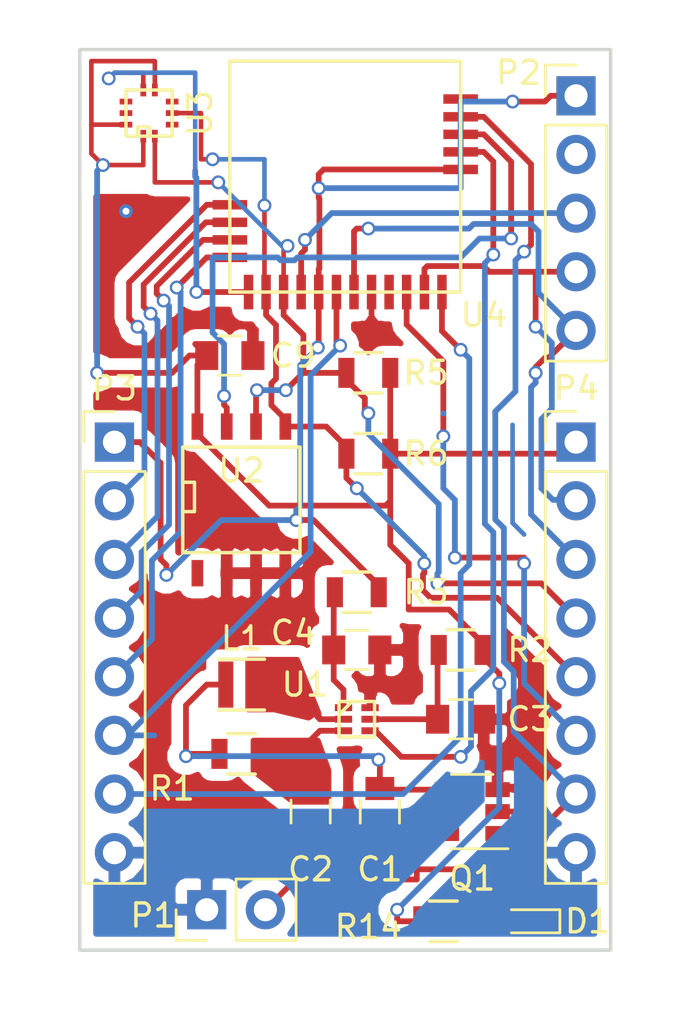
<source format=kicad_pcb>
(kicad_pcb (version 4) (host pcbnew 4.0.5)

  (general
    (links 0)
    (no_connects 15)
    (area 117.424999 84.924999 140.575001 124.075001)
    (thickness 1.6)
    (drawings 4)
    (tracks 404)
    (zones 0)
    (modules 23)
    (nets 29)
  )

  (page A4)
  (layers
    (0 F.Cu signal)
    (31 B.Cu signal)
    (32 B.Adhes user)
    (33 F.Adhes user)
    (34 B.Paste user)
    (35 F.Paste user)
    (36 B.SilkS user)
    (37 F.SilkS user)
    (38 B.Mask user)
    (39 F.Mask user)
    (40 Dwgs.User user)
    (41 Cmts.User user)
    (42 Eco1.User user)
    (43 Eco2.User user)
    (44 Edge.Cuts user)
    (45 Margin user)
    (46 B.CrtYd user)
    (47 F.CrtYd user)
    (48 B.Fab user)
    (49 F.Fab user)
  )

  (setup
    (last_trace_width 0.2)
    (trace_clearance 0.2)
    (zone_clearance 0.508)
    (zone_45_only no)
    (trace_min 0.2)
    (segment_width 0.2)
    (edge_width 0.15)
    (via_size 0.6)
    (via_drill 0.4)
    (via_min_size 0.4)
    (via_min_drill 0.3)
    (uvia_size 0.3)
    (uvia_drill 0.1)
    (uvias_allowed no)
    (uvia_min_size 0.2)
    (uvia_min_drill 0.1)
    (pcb_text_width 0.3)
    (pcb_text_size 1.5 1.5)
    (mod_edge_width 0.15)
    (mod_text_size 1 1)
    (mod_text_width 0.15)
    (pad_size 0.6 0.6)
    (pad_drill 0.3)
    (pad_to_mask_clearance 0.2)
    (aux_axis_origin 0 0)
    (visible_elements 7FFEFFFF)
    (pcbplotparams
      (layerselection 0x00030_80000001)
      (usegerberextensions false)
      (excludeedgelayer true)
      (linewidth 0.100000)
      (plotframeref false)
      (viasonmask false)
      (mode 1)
      (useauxorigin false)
      (hpglpennumber 1)
      (hpglpenspeed 20)
      (hpglpendiameter 15)
      (hpglpenoverlay 2)
      (psnegative false)
      (psa4output false)
      (plotreference true)
      (plotvalue true)
      (plotinvisibletext false)
      (padsonsilk false)
      (subtractmaskfromsilk false)
      (outputformat 1)
      (mirror false)
      (drillshape 1)
      (scaleselection 1)
      (outputdirectory ""))
  )

  (net 0 "")
  (net 1 +BATT)
  (net 2 GND)
  (net 3 "Net-(C2-Pad1)")
  (net 4 "Net-(C3-Pad1)")
  (net 5 "Net-(C4-Pad1)")
  (net 6 VDD)
  (net 7 "Net-(D1-Pad2)")
  (net 8 /LED)
  (net 9 "Net-(L1-Pad2)")
  (net 10 VCC)
  (net 11 /XRES)
  (net 12 /SWDCLK)
  (net 13 /SWDIO)
  (net 14 /TX/MISO)
  (net 15 /SS)
  (net 16 /SCLK)
  (net 17 /SDA)
  (net 18 /SCL)
  (net 19 /ANALOG1)
  (net 20 /ANALOG2)
  (net 21 /GPIO1)
  (net 22 /PS_MODE)
  (net 23 /WP)
  (net 24 "Net-(U2-Pad1)")
  (net 25 /GPIO3)
  (net 26 /RX/MOSI)
  (net 27 "Net-(P1-Pad2)")
  (net 28 /INT_DRDY)

  (net_class Default "This is the default net class."
    (clearance 0.2)
    (trace_width 0.2)
    (via_dia 0.6)
    (via_drill 0.4)
    (uvia_dia 0.3)
    (uvia_drill 0.1)
    (add_net +BATT)
    (add_net /ANALOG1)
    (add_net /ANALOG2)
    (add_net /GPIO1)
    (add_net /GPIO3)
    (add_net /INT_DRDY)
    (add_net /LED)
    (add_net /PS_MODE)
    (add_net /RX/MOSI)
    (add_net /SCL)
    (add_net /SCLK)
    (add_net /SDA)
    (add_net /SS)
    (add_net /SWDCLK)
    (add_net /SWDIO)
    (add_net /TX/MISO)
    (add_net /WP)
    (add_net /XRES)
    (add_net GND)
    (add_net "Net-(C2-Pad1)")
    (add_net "Net-(C3-Pad1)")
    (add_net "Net-(C4-Pad1)")
    (add_net "Net-(D1-Pad2)")
    (add_net "Net-(L1-Pad2)")
    (add_net "Net-(P1-Pad2)")
    (add_net "Net-(U2-Pad1)")
    (add_net VCC)
    (add_net VDD)
  )

  (module Capacitors_SMD:C_0805 (layer F.Cu) (tedit 58A20061) (tstamp 589C879D)
    (at 130.5 118 270)
    (descr "Capacitor SMD 0805, reflow soldering, AVX (see smccp.pdf)")
    (tags "capacitor 0805")
    (path /589C5D60)
    (attr smd)
    (fp_text reference C1 (at 2.5 0 360) (layer F.SilkS)
      (effects (font (size 1 1) (thickness 0.15)))
    )
    (fp_text value 10u (at 0 2.1 270) (layer F.Fab)
      (effects (font (size 1 1) (thickness 0.15)))
    )
    (fp_line (start -1 0.625) (end -1 -0.625) (layer F.Fab) (width 0.1))
    (fp_line (start 1 0.625) (end -1 0.625) (layer F.Fab) (width 0.1))
    (fp_line (start 1 -0.625) (end 1 0.625) (layer F.Fab) (width 0.1))
    (fp_line (start -1 -0.625) (end 1 -0.625) (layer F.Fab) (width 0.1))
    (fp_line (start -1.8 -1) (end 1.8 -1) (layer F.CrtYd) (width 0.05))
    (fp_line (start -1.8 1) (end 1.8 1) (layer F.CrtYd) (width 0.05))
    (fp_line (start -1.8 -1) (end -1.8 1) (layer F.CrtYd) (width 0.05))
    (fp_line (start 1.8 -1) (end 1.8 1) (layer F.CrtYd) (width 0.05))
    (fp_line (start 0.5 -0.85) (end -0.5 -0.85) (layer F.SilkS) (width 0.12))
    (fp_line (start -0.5 0.85) (end 0.5 0.85) (layer F.SilkS) (width 0.12))
    (pad 1 smd rect (at -1 0 270) (size 1 1.25) (layers F.Cu F.Paste F.Mask)
      (net 1 +BATT))
    (pad 2 smd rect (at 1 0 270) (size 1 1.25) (layers F.Cu F.Paste F.Mask)
      (net 2 GND))
    (model Capacitors_SMD.3dshapes/C_0805.wrl
      (at (xyz 0 0 0))
      (scale (xyz 1 1 1))
      (rotate (xyz 0 0 0))
    )
  )

  (module Capacitors_SMD:C_0805 (layer F.Cu) (tedit 58A20065) (tstamp 589C87A3)
    (at 127.5 118 270)
    (descr "Capacitor SMD 0805, reflow soldering, AVX (see smccp.pdf)")
    (tags "capacitor 0805")
    (path /589C5DC5)
    (attr smd)
    (fp_text reference C2 (at 2.5 0 360) (layer F.SilkS)
      (effects (font (size 1 1) (thickness 0.15)))
    )
    (fp_text value 0.1u (at 0 2.1 270) (layer F.Fab)
      (effects (font (size 1 1) (thickness 0.15)))
    )
    (fp_line (start -1 0.625) (end -1 -0.625) (layer F.Fab) (width 0.1))
    (fp_line (start 1 0.625) (end -1 0.625) (layer F.Fab) (width 0.1))
    (fp_line (start 1 -0.625) (end 1 0.625) (layer F.Fab) (width 0.1))
    (fp_line (start -1 -0.625) (end 1 -0.625) (layer F.Fab) (width 0.1))
    (fp_line (start -1.8 -1) (end 1.8 -1) (layer F.CrtYd) (width 0.05))
    (fp_line (start -1.8 1) (end 1.8 1) (layer F.CrtYd) (width 0.05))
    (fp_line (start -1.8 -1) (end -1.8 1) (layer F.CrtYd) (width 0.05))
    (fp_line (start 1.8 -1) (end 1.8 1) (layer F.CrtYd) (width 0.05))
    (fp_line (start 0.5 -0.85) (end -0.5 -0.85) (layer F.SilkS) (width 0.12))
    (fp_line (start -0.5 0.85) (end 0.5 0.85) (layer F.SilkS) (width 0.12))
    (pad 1 smd rect (at -1 0 270) (size 1 1.25) (layers F.Cu F.Paste F.Mask)
      (net 3 "Net-(C2-Pad1)"))
    (pad 2 smd rect (at 1 0 270) (size 1 1.25) (layers F.Cu F.Paste F.Mask)
      (net 2 GND))
    (model Capacitors_SMD.3dshapes/C_0805.wrl
      (at (xyz 0 0 0))
      (scale (xyz 1 1 1))
      (rotate (xyz 0 0 0))
    )
  )

  (module Capacitors_SMD:C_0805 (layer F.Cu) (tedit 58A2003D) (tstamp 589C87A9)
    (at 134 114)
    (descr "Capacitor SMD 0805, reflow soldering, AVX (see smccp.pdf)")
    (tags "capacitor 0805")
    (path /589C6B63)
    (attr smd)
    (fp_text reference C3 (at 3 0) (layer F.SilkS)
      (effects (font (size 1 1) (thickness 0.15)))
    )
    (fp_text value 10u (at 0 2.1) (layer F.Fab)
      (effects (font (size 1 1) (thickness 0.15)))
    )
    (fp_line (start -1 0.625) (end -1 -0.625) (layer F.Fab) (width 0.1))
    (fp_line (start 1 0.625) (end -1 0.625) (layer F.Fab) (width 0.1))
    (fp_line (start 1 -0.625) (end 1 0.625) (layer F.Fab) (width 0.1))
    (fp_line (start -1 -0.625) (end 1 -0.625) (layer F.Fab) (width 0.1))
    (fp_line (start -1.8 -1) (end 1.8 -1) (layer F.CrtYd) (width 0.05))
    (fp_line (start -1.8 1) (end 1.8 1) (layer F.CrtYd) (width 0.05))
    (fp_line (start -1.8 -1) (end -1.8 1) (layer F.CrtYd) (width 0.05))
    (fp_line (start 1.8 -1) (end 1.8 1) (layer F.CrtYd) (width 0.05))
    (fp_line (start 0.5 -0.85) (end -0.5 -0.85) (layer F.SilkS) (width 0.12))
    (fp_line (start -0.5 0.85) (end 0.5 0.85) (layer F.SilkS) (width 0.12))
    (pad 1 smd rect (at -1 0) (size 1 1.25) (layers F.Cu F.Paste F.Mask)
      (net 4 "Net-(C3-Pad1)"))
    (pad 2 smd rect (at 1 0) (size 1 1.25) (layers F.Cu F.Paste F.Mask)
      (net 2 GND))
    (model Capacitors_SMD.3dshapes/C_0805.wrl
      (at (xyz 0 0 0))
      (scale (xyz 1 1 1))
      (rotate (xyz 0 0 0))
    )
  )

  (module Capacitors_SMD:C_0805 (layer F.Cu) (tedit 58A2003F) (tstamp 589C87AF)
    (at 129.5 111)
    (descr "Capacitor SMD 0805, reflow soldering, AVX (see smccp.pdf)")
    (tags "capacitor 0805")
    (path /589C6B0B)
    (attr smd)
    (fp_text reference C4 (at -2.75 -0.75) (layer F.SilkS)
      (effects (font (size 1 1) (thickness 0.15)))
    )
    (fp_text value 10u (at 0 2.1) (layer F.Fab)
      (effects (font (size 1 1) (thickness 0.15)))
    )
    (fp_line (start -1 0.625) (end -1 -0.625) (layer F.Fab) (width 0.1))
    (fp_line (start 1 0.625) (end -1 0.625) (layer F.Fab) (width 0.1))
    (fp_line (start 1 -0.625) (end 1 0.625) (layer F.Fab) (width 0.1))
    (fp_line (start -1 -0.625) (end 1 -0.625) (layer F.Fab) (width 0.1))
    (fp_line (start -1.8 -1) (end 1.8 -1) (layer F.CrtYd) (width 0.05))
    (fp_line (start -1.8 1) (end 1.8 1) (layer F.CrtYd) (width 0.05))
    (fp_line (start -1.8 -1) (end -1.8 1) (layer F.CrtYd) (width 0.05))
    (fp_line (start 1.8 -1) (end 1.8 1) (layer F.CrtYd) (width 0.05))
    (fp_line (start 0.5 -0.85) (end -0.5 -0.85) (layer F.SilkS) (width 0.12))
    (fp_line (start -0.5 0.85) (end 0.5 0.85) (layer F.SilkS) (width 0.12))
    (pad 1 smd rect (at -1 0) (size 1 1.25) (layers F.Cu F.Paste F.Mask)
      (net 5 "Net-(C4-Pad1)"))
    (pad 2 smd rect (at 1 0) (size 1 1.25) (layers F.Cu F.Paste F.Mask)
      (net 2 GND))
    (model Capacitors_SMD.3dshapes/C_0805.wrl
      (at (xyz 0 0 0))
      (scale (xyz 1 1 1))
      (rotate (xyz 0 0 0))
    )
  )

  (module Capacitors_SMD:C_0805 (layer F.Cu) (tedit 5415D6EA) (tstamp 589C87B5)
    (at 124 98.25)
    (descr "Capacitor SMD 0805, reflow soldering, AVX (see smccp.pdf)")
    (tags "capacitor 0805")
    (path /58178123)
    (attr smd)
    (fp_text reference C9 (at 2.75 0) (layer F.SilkS)
      (effects (font (size 1 1) (thickness 0.15)))
    )
    (fp_text value 0.1u (at 0 2.1) (layer F.Fab)
      (effects (font (size 1 1) (thickness 0.15)))
    )
    (fp_line (start -1 0.625) (end -1 -0.625) (layer F.Fab) (width 0.1))
    (fp_line (start 1 0.625) (end -1 0.625) (layer F.Fab) (width 0.1))
    (fp_line (start 1 -0.625) (end 1 0.625) (layer F.Fab) (width 0.1))
    (fp_line (start -1 -0.625) (end 1 -0.625) (layer F.Fab) (width 0.1))
    (fp_line (start -1.8 -1) (end 1.8 -1) (layer F.CrtYd) (width 0.05))
    (fp_line (start -1.8 1) (end 1.8 1) (layer F.CrtYd) (width 0.05))
    (fp_line (start -1.8 -1) (end -1.8 1) (layer F.CrtYd) (width 0.05))
    (fp_line (start 1.8 -1) (end 1.8 1) (layer F.CrtYd) (width 0.05))
    (fp_line (start 0.5 -0.85) (end -0.5 -0.85) (layer F.SilkS) (width 0.12))
    (fp_line (start -0.5 0.85) (end 0.5 0.85) (layer F.SilkS) (width 0.12))
    (pad 1 smd rect (at -1 0) (size 1 1.25) (layers F.Cu F.Paste F.Mask)
      (net 6 VDD))
    (pad 2 smd rect (at 1 0) (size 1 1.25) (layers F.Cu F.Paste F.Mask)
      (net 2 GND))
    (model Capacitors_SMD.3dshapes/C_0805.wrl
      (at (xyz 0 0 0))
      (scale (xyz 1 1 1))
      (rotate (xyz 0 0 0))
    )
  )

  (module LEDs:LED_0603 (layer F.Cu) (tedit 58A1FE8E) (tstamp 589C87CA)
    (at 137 122.75 180)
    (descr "LED 0603 smd package")
    (tags "LED led 0603 SMD smd SMT smt smdled SMDLED smtled SMTLED")
    (path /589C446B)
    (attr smd)
    (fp_text reference D1 (at -2.5 0 180) (layer F.SilkS)
      (effects (font (size 1 1) (thickness 0.15)))
    )
    (fp_text value LED (at 0 1.35 180) (layer F.Fab)
      (effects (font (size 1 1) (thickness 0.15)))
    )
    (fp_line (start -1.3 -0.5) (end -1.3 0.5) (layer F.SilkS) (width 0.12))
    (fp_line (start -0.2 -0.2) (end -0.2 0.2) (layer F.Fab) (width 0.1))
    (fp_line (start -0.15 0) (end 0.15 -0.2) (layer F.Fab) (width 0.1))
    (fp_line (start 0.15 0.2) (end -0.15 0) (layer F.Fab) (width 0.1))
    (fp_line (start 0.15 -0.2) (end 0.15 0.2) (layer F.Fab) (width 0.1))
    (fp_line (start 0.8 0.4) (end -0.8 0.4) (layer F.Fab) (width 0.1))
    (fp_line (start 0.8 -0.4) (end 0.8 0.4) (layer F.Fab) (width 0.1))
    (fp_line (start -0.8 -0.4) (end 0.8 -0.4) (layer F.Fab) (width 0.1))
    (fp_line (start -0.8 0.4) (end -0.8 -0.4) (layer F.Fab) (width 0.1))
    (fp_line (start -1.3 0.5) (end 0.8 0.5) (layer F.SilkS) (width 0.12))
    (fp_line (start -1.3 -0.5) (end 0.8 -0.5) (layer F.SilkS) (width 0.12))
    (fp_line (start 1.45 -0.65) (end 1.45 0.65) (layer F.CrtYd) (width 0.05))
    (fp_line (start 1.45 0.65) (end -1.45 0.65) (layer F.CrtYd) (width 0.05))
    (fp_line (start -1.45 0.65) (end -1.45 -0.65) (layer F.CrtYd) (width 0.05))
    (fp_line (start -1.45 -0.65) (end 1.45 -0.65) (layer F.CrtYd) (width 0.05))
    (pad 2 smd rect (at 0.8 0) (size 0.8 0.8) (layers F.Cu F.Paste F.Mask)
      (net 7 "Net-(D1-Pad2)"))
    (pad 1 smd rect (at -0.8 0) (size 0.8 0.8) (layers F.Cu F.Paste F.Mask)
      (net 8 /LED))
    (model LEDs.3dshapes/LED_0603.wrl
      (at (xyz 0 0 0))
      (scale (xyz 1 1 1))
      (rotate (xyz 0 0 180))
    )
  )

  (module Inductors:Inductor_Taiyo-Yuden_MD-2020 (layer F.Cu) (tedit 57461BF5) (tstamp 589C87D0)
    (at 124.5 112.5)
    (descr "Inductor, Taiyo Yuden, MD series, Taiyo-Yuden_MD-2020, 2.0mmx2.0mm")
    (tags "inductor taiyo-yuden md smd")
    (path /589C5E42)
    (attr smd)
    (fp_text reference L1 (at 0 -2) (layer F.SilkS)
      (effects (font (size 1 1) (thickness 0.15)))
    )
    (fp_text value 4.7u (at 0 2.5) (layer F.Fab)
      (effects (font (size 1 1) (thickness 0.15)))
    )
    (fp_line (start -1 -1) (end -1 1) (layer F.Fab) (width 0.15))
    (fp_line (start -1 1) (end 1 1) (layer F.Fab) (width 0.15))
    (fp_line (start 1 1) (end 1 -1) (layer F.Fab) (width 0.15))
    (fp_line (start 1 -1) (end -1 -1) (layer F.Fab) (width 0.15))
    (fp_line (start -1 -1.1) (end 1 -1.1) (layer F.SilkS) (width 0.15))
    (fp_line (start -1 1.1) (end 1 1.1) (layer F.SilkS) (width 0.15))
    (fp_line (start -1.3 -1.3) (end -1.3 1.3) (layer F.CrtYd) (width 0.05))
    (fp_line (start -1.3 1.3) (end 1.3 1.3) (layer F.CrtYd) (width 0.05))
    (fp_line (start 1.3 1.3) (end 1.3 -1.3) (layer F.CrtYd) (width 0.05))
    (fp_line (start 1.3 -1.3) (end -1.3 -1.3) (layer F.CrtYd) (width 0.05))
    (pad 1 smd rect (at -0.675 0) (size 0.65 2) (layers F.Cu F.Paste F.Mask)
      (net 1 +BATT))
    (pad 2 smd rect (at 0.675 0) (size 0.65 2) (layers F.Cu F.Paste F.Mask)
      (net 9 "Net-(L1-Pad2)"))
    (model Inductors.3dshapes/Inductor_Taiyo-Yuden_MD-2020.wrl
      (at (xyz 0 0 0))
      (scale (xyz 1 1 1))
      (rotate (xyz 0 0 0))
    )
  )

  (module Socket_Strips:Socket_Strip_Straight_1x02_Pitch2.54mm (layer F.Cu) (tedit 588DE956) (tstamp 589C87E4)
    (at 123 122.25 90)
    (descr "Through hole straight socket strip, 1x02, 2.54mm pitch, single row")
    (tags "Through hole socket strip THT 1x02 2.54mm single row")
    (path /589C5275)
    (fp_text reference P1 (at -0.25 -2.33 180) (layer F.SilkS)
      (effects (font (size 1 1) (thickness 0.15)))
    )
    (fp_text value CONN_01X02 (at 0 4.87 90) (layer F.Fab)
      (effects (font (size 1 1) (thickness 0.15)))
    )
    (fp_line (start -1.27 -1.27) (end -1.27 3.81) (layer F.Fab) (width 0.1))
    (fp_line (start -1.27 3.81) (end 1.27 3.81) (layer F.Fab) (width 0.1))
    (fp_line (start 1.27 3.81) (end 1.27 -1.27) (layer F.Fab) (width 0.1))
    (fp_line (start 1.27 -1.27) (end -1.27 -1.27) (layer F.Fab) (width 0.1))
    (fp_line (start -1.33 1.27) (end -1.33 3.87) (layer F.SilkS) (width 0.12))
    (fp_line (start -1.33 3.87) (end 1.33 3.87) (layer F.SilkS) (width 0.12))
    (fp_line (start 1.33 3.87) (end 1.33 1.27) (layer F.SilkS) (width 0.12))
    (fp_line (start 1.33 1.27) (end -1.33 1.27) (layer F.SilkS) (width 0.12))
    (fp_line (start -1.33 0) (end -1.33 -1.33) (layer F.SilkS) (width 0.12))
    (fp_line (start -1.33 -1.33) (end 0 -1.33) (layer F.SilkS) (width 0.12))
    (fp_line (start -1.55 -1.55) (end -1.55 4.1) (layer F.CrtYd) (width 0.05))
    (fp_line (start -1.55 4.1) (end 1.55 4.1) (layer F.CrtYd) (width 0.05))
    (fp_line (start 1.55 4.1) (end 1.55 -1.55) (layer F.CrtYd) (width 0.05))
    (fp_line (start 1.55 -1.55) (end -1.55 -1.55) (layer F.CrtYd) (width 0.05))
    (pad 1 thru_hole rect (at 0 0 90) (size 1.7 1.7) (drill 1) (layers *.Cu *.Mask)
      (net 2 GND))
    (pad 2 thru_hole oval (at 0 2.54 90) (size 1.7 1.7) (drill 1) (layers *.Cu *.Mask)
      (net 27 "Net-(P1-Pad2)"))
    (model Socket_Strips.3dshapes/Socket_Strip_Straight_1x02_Pitch2.54mm.wrl
      (at (xyz 0 -0.05 0))
      (scale (xyz 1 1 1))
      (rotate (xyz 0 0 270))
    )
  )

  (module Socket_Strips:Socket_Strip_Straight_1x05_Pitch2.54mm (layer F.Cu) (tedit 588DE956) (tstamp 589C87FB)
    (at 139 87)
    (descr "Through hole straight socket strip, 1x05, 2.54mm pitch, single row")
    (tags "Through hole socket strip THT 1x05 2.54mm single row")
    (path /58127B55)
    (fp_text reference P2 (at -2.5 -1) (layer F.SilkS)
      (effects (font (size 1 1) (thickness 0.15)))
    )
    (fp_text value CONN_01X05 (at 0 12.49) (layer F.Fab)
      (effects (font (size 1 1) (thickness 0.15)))
    )
    (fp_line (start -1.27 -1.27) (end -1.27 11.43) (layer F.Fab) (width 0.1))
    (fp_line (start -1.27 11.43) (end 1.27 11.43) (layer F.Fab) (width 0.1))
    (fp_line (start 1.27 11.43) (end 1.27 -1.27) (layer F.Fab) (width 0.1))
    (fp_line (start 1.27 -1.27) (end -1.27 -1.27) (layer F.Fab) (width 0.1))
    (fp_line (start -1.33 1.27) (end -1.33 11.49) (layer F.SilkS) (width 0.12))
    (fp_line (start -1.33 11.49) (end 1.33 11.49) (layer F.SilkS) (width 0.12))
    (fp_line (start 1.33 11.49) (end 1.33 1.27) (layer F.SilkS) (width 0.12))
    (fp_line (start 1.33 1.27) (end -1.33 1.27) (layer F.SilkS) (width 0.12))
    (fp_line (start -1.33 0) (end -1.33 -1.33) (layer F.SilkS) (width 0.12))
    (fp_line (start -1.33 -1.33) (end 0 -1.33) (layer F.SilkS) (width 0.12))
    (fp_line (start -1.55 -1.55) (end -1.55 11.7) (layer F.CrtYd) (width 0.05))
    (fp_line (start -1.55 11.7) (end 1.55 11.7) (layer F.CrtYd) (width 0.05))
    (fp_line (start 1.55 11.7) (end 1.55 -1.55) (layer F.CrtYd) (width 0.05))
    (fp_line (start 1.55 -1.55) (end -1.55 -1.55) (layer F.CrtYd) (width 0.05))
    (pad 1 thru_hole rect (at 0 0) (size 1.7 1.7) (drill 1) (layers *.Cu *.Mask)
      (net 10 VCC))
    (pad 2 thru_hole oval (at 0 2.54) (size 1.7 1.7) (drill 1) (layers *.Cu *.Mask)
      (net 2 GND))
    (pad 3 thru_hole oval (at 0 5.08) (size 1.7 1.7) (drill 1) (layers *.Cu *.Mask)
      (net 11 /XRES))
    (pad 4 thru_hole oval (at 0 7.62) (size 1.7 1.7) (drill 1) (layers *.Cu *.Mask)
      (net 12 /SWDCLK))
    (pad 5 thru_hole oval (at 0 10.16) (size 1.7 1.7) (drill 1) (layers *.Cu *.Mask)
      (net 13 /SWDIO))
    (model Socket_Strips.3dshapes/Socket_Strip_Straight_1x05_Pitch2.54mm.wrl
      (at (xyz 0 -0.2 0))
      (scale (xyz 1 1 1))
      (rotate (xyz 0 0 270))
    )
  )

  (module Socket_Strips:Socket_Strip_Straight_1x08_Pitch2.54mm (layer F.Cu) (tedit 588DE956) (tstamp 589C8815)
    (at 119 102)
    (descr "Through hole straight socket strip, 1x08, 2.54mm pitch, single row")
    (tags "Through hole socket strip THT 1x08 2.54mm single row")
    (path /589CC3C4)
    (fp_text reference P3 (at 0 -2.33) (layer F.SilkS)
      (effects (font (size 1 1) (thickness 0.15)))
    )
    (fp_text value CONN_01X08 (at 0 20.11) (layer F.Fab)
      (effects (font (size 1 1) (thickness 0.15)))
    )
    (fp_line (start -1.27 -1.27) (end -1.27 19.05) (layer F.Fab) (width 0.1))
    (fp_line (start -1.27 19.05) (end 1.27 19.05) (layer F.Fab) (width 0.1))
    (fp_line (start 1.27 19.05) (end 1.27 -1.27) (layer F.Fab) (width 0.1))
    (fp_line (start 1.27 -1.27) (end -1.27 -1.27) (layer F.Fab) (width 0.1))
    (fp_line (start -1.33 1.27) (end -1.33 19.11) (layer F.SilkS) (width 0.12))
    (fp_line (start -1.33 19.11) (end 1.33 19.11) (layer F.SilkS) (width 0.12))
    (fp_line (start 1.33 19.11) (end 1.33 1.27) (layer F.SilkS) (width 0.12))
    (fp_line (start 1.33 1.27) (end -1.33 1.27) (layer F.SilkS) (width 0.12))
    (fp_line (start -1.33 0) (end -1.33 -1.33) (layer F.SilkS) (width 0.12))
    (fp_line (start -1.33 -1.33) (end 0 -1.33) (layer F.SilkS) (width 0.12))
    (fp_line (start -1.55 -1.55) (end -1.55 19.3) (layer F.CrtYd) (width 0.05))
    (fp_line (start -1.55 19.3) (end 1.55 19.3) (layer F.CrtYd) (width 0.05))
    (fp_line (start 1.55 19.3) (end 1.55 -1.55) (layer F.CrtYd) (width 0.05))
    (fp_line (start 1.55 -1.55) (end -1.55 -1.55) (layer F.CrtYd) (width 0.05))
    (pad 1 thru_hole rect (at 0 0) (size 1.7 1.7) (drill 1) (layers *.Cu *.Mask)
      (net 10 VCC))
    (pad 2 thru_hole oval (at 0 2.54) (size 1.7 1.7) (drill 1) (layers *.Cu *.Mask)
      (net 21 /GPIO1))
    (pad 3 thru_hole oval (at 0 5.08) (size 1.7 1.7) (drill 1) (layers *.Cu *.Mask)
      (net 19 /ANALOG1))
    (pad 4 thru_hole oval (at 0 7.62) (size 1.7 1.7) (drill 1) (layers *.Cu *.Mask)
      (net 14 /TX/MISO))
    (pad 5 thru_hole oval (at 0 10.16) (size 1.7 1.7) (drill 1) (layers *.Cu *.Mask)
      (net 26 /RX/MOSI))
    (pad 6 thru_hole oval (at 0 12.7) (size 1.7 1.7) (drill 1) (layers *.Cu *.Mask)
      (net 16 /SCLK))
    (pad 7 thru_hole oval (at 0 15.24) (size 1.7 1.7) (drill 1) (layers *.Cu *.Mask)
      (net 15 /SS))
    (pad 8 thru_hole oval (at 0 17.78) (size 1.7 1.7) (drill 1) (layers *.Cu *.Mask)
      (net 2 GND))
    (model Socket_Strips.3dshapes/Socket_Strip_Straight_1x08_Pitch2.54mm.wrl
      (at (xyz 0 -0.35 0))
      (scale (xyz 1 1 1))
      (rotate (xyz 0 0 270))
    )
  )

  (module Socket_Strips:Socket_Strip_Straight_1x08_Pitch2.54mm (layer F.Cu) (tedit 588DE956) (tstamp 589C882F)
    (at 139 102)
    (descr "Through hole straight socket strip, 1x08, 2.54mm pitch, single row")
    (tags "Through hole socket strip THT 1x08 2.54mm single row")
    (path /589CC44E)
    (fp_text reference P4 (at 0 -2.33) (layer F.SilkS)
      (effects (font (size 1 1) (thickness 0.15)))
    )
    (fp_text value CONN_01X08 (at 0 20.11) (layer F.Fab)
      (effects (font (size 1 1) (thickness 0.15)))
    )
    (fp_line (start -1.27 -1.27) (end -1.27 19.05) (layer F.Fab) (width 0.1))
    (fp_line (start -1.27 19.05) (end 1.27 19.05) (layer F.Fab) (width 0.1))
    (fp_line (start 1.27 19.05) (end 1.27 -1.27) (layer F.Fab) (width 0.1))
    (fp_line (start 1.27 -1.27) (end -1.27 -1.27) (layer F.Fab) (width 0.1))
    (fp_line (start -1.33 1.27) (end -1.33 19.11) (layer F.SilkS) (width 0.12))
    (fp_line (start -1.33 19.11) (end 1.33 19.11) (layer F.SilkS) (width 0.12))
    (fp_line (start 1.33 19.11) (end 1.33 1.27) (layer F.SilkS) (width 0.12))
    (fp_line (start 1.33 1.27) (end -1.33 1.27) (layer F.SilkS) (width 0.12))
    (fp_line (start -1.33 0) (end -1.33 -1.33) (layer F.SilkS) (width 0.12))
    (fp_line (start -1.33 -1.33) (end 0 -1.33) (layer F.SilkS) (width 0.12))
    (fp_line (start -1.55 -1.55) (end -1.55 19.3) (layer F.CrtYd) (width 0.05))
    (fp_line (start -1.55 19.3) (end 1.55 19.3) (layer F.CrtYd) (width 0.05))
    (fp_line (start 1.55 19.3) (end 1.55 -1.55) (layer F.CrtYd) (width 0.05))
    (fp_line (start 1.55 -1.55) (end -1.55 -1.55) (layer F.CrtYd) (width 0.05))
    (pad 1 thru_hole rect (at 0 0) (size 1.7 1.7) (drill 1) (layers *.Cu *.Mask)
      (net 6 VDD))
    (pad 2 thru_hole oval (at 0 2.54) (size 1.7 1.7) (drill 1) (layers *.Cu *.Mask)
      (net 12 /SWDCLK))
    (pad 3 thru_hole oval (at 0 5.08) (size 1.7 1.7) (drill 1) (layers *.Cu *.Mask)
      (net 13 /SWDIO))
    (pad 4 thru_hole oval (at 0 7.62) (size 1.7 1.7) (drill 1) (layers *.Cu *.Mask)
      (net 18 /SCL))
    (pad 5 thru_hole oval (at 0 10.16) (size 1.7 1.7) (drill 1) (layers *.Cu *.Mask)
      (net 17 /SDA))
    (pad 6 thru_hole oval (at 0 12.7) (size 1.7 1.7) (drill 1) (layers *.Cu *.Mask)
      (net 20 /ANALOG2))
    (pad 7 thru_hole oval (at 0 15.24) (size 1.7 1.7) (drill 1) (layers *.Cu *.Mask)
      (net 8 /LED))
    (pad 8 thru_hole oval (at 0 17.78) (size 1.7 1.7) (drill 1) (layers *.Cu *.Mask)
      (net 2 GND))
    (model Socket_Strips.3dshapes/Socket_Strip_Straight_1x08_Pitch2.54mm.wrl
      (at (xyz 0 -0.35 0))
      (scale (xyz 1 1 1))
      (rotate (xyz 0 0 270))
    )
  )

  (module Resistors_SMD:R_0805 (layer F.Cu) (tedit 58A20068) (tstamp 589C883F)
    (at 124.5 115.5)
    (descr "Resistor SMD 0805, reflow soldering, Vishay (see dcrcw.pdf)")
    (tags "resistor 0805")
    (path /589C5FE6)
    (attr smd)
    (fp_text reference R1 (at -3 1.5 180) (layer F.SilkS)
      (effects (font (size 1 1) (thickness 0.15)))
    )
    (fp_text value 400 (at 0 2.1) (layer F.Fab)
      (effects (font (size 1 1) (thickness 0.15)))
    )
    (fp_line (start -1 0.625) (end -1 -0.625) (layer F.Fab) (width 0.1))
    (fp_line (start 1 0.625) (end -1 0.625) (layer F.Fab) (width 0.1))
    (fp_line (start 1 -0.625) (end 1 0.625) (layer F.Fab) (width 0.1))
    (fp_line (start -1 -0.625) (end 1 -0.625) (layer F.Fab) (width 0.1))
    (fp_line (start -1.6 -1) (end 1.6 -1) (layer F.CrtYd) (width 0.05))
    (fp_line (start -1.6 1) (end 1.6 1) (layer F.CrtYd) (width 0.05))
    (fp_line (start -1.6 -1) (end -1.6 1) (layer F.CrtYd) (width 0.05))
    (fp_line (start 1.6 -1) (end 1.6 1) (layer F.CrtYd) (width 0.05))
    (fp_line (start 0.6 0.875) (end -0.6 0.875) (layer F.SilkS) (width 0.15))
    (fp_line (start -0.6 -0.875) (end 0.6 -0.875) (layer F.SilkS) (width 0.15))
    (pad 1 smd rect (at -0.95 0) (size 0.7 1.3) (layers F.Cu F.Paste F.Mask)
      (net 1 +BATT))
    (pad 2 smd rect (at 0.95 0) (size 0.7 1.3) (layers F.Cu F.Paste F.Mask)
      (net 3 "Net-(C2-Pad1)"))
    (model Resistors_SMD.3dshapes/R_0805.wrl
      (at (xyz 0 0 0))
      (scale (xyz 1 1 1))
      (rotate (xyz 0 0 0))
    )
  )

  (module Resistors_SMD:R_0805 (layer F.Cu) (tedit 58A1FFF9) (tstamp 589C884F)
    (at 134 111 180)
    (descr "Resistor SMD 0805, reflow soldering, Vishay (see dcrcw.pdf)")
    (tags "resistor 0805")
    (path /589C7004)
    (attr smd)
    (fp_text reference R2 (at -3 0 180) (layer F.SilkS)
      (effects (font (size 1 1) (thickness 0.15)))
    )
    (fp_text value 0 (at 0 2.1 180) (layer F.Fab)
      (effects (font (size 1 1) (thickness 0.15)))
    )
    (fp_line (start -1 0.625) (end -1 -0.625) (layer F.Fab) (width 0.1))
    (fp_line (start 1 0.625) (end -1 0.625) (layer F.Fab) (width 0.1))
    (fp_line (start 1 -0.625) (end 1 0.625) (layer F.Fab) (width 0.1))
    (fp_line (start -1 -0.625) (end 1 -0.625) (layer F.Fab) (width 0.1))
    (fp_line (start -1.6 -1) (end 1.6 -1) (layer F.CrtYd) (width 0.05))
    (fp_line (start -1.6 1) (end 1.6 1) (layer F.CrtYd) (width 0.05))
    (fp_line (start -1.6 -1) (end -1.6 1) (layer F.CrtYd) (width 0.05))
    (fp_line (start 1.6 -1) (end 1.6 1) (layer F.CrtYd) (width 0.05))
    (fp_line (start 0.6 0.875) (end -0.6 0.875) (layer F.SilkS) (width 0.15))
    (fp_line (start -0.6 -0.875) (end 0.6 -0.875) (layer F.SilkS) (width 0.15))
    (pad 1 smd rect (at -0.95 0 180) (size 0.7 1.3) (layers F.Cu F.Paste F.Mask)
      (net 6 VDD))
    (pad 2 smd rect (at 0.95 0 180) (size 0.7 1.3) (layers F.Cu F.Paste F.Mask)
      (net 4 "Net-(C3-Pad1)"))
    (model Resistors_SMD.3dshapes/R_0805.wrl
      (at (xyz 0 0 0))
      (scale (xyz 1 1 1))
      (rotate (xyz 0 0 0))
    )
  )

  (module Resistors_SMD:R_0805 (layer F.Cu) (tedit 58A1FFF6) (tstamp 589C885F)
    (at 129.5 108.5 180)
    (descr "Resistor SMD 0805, reflow soldering, Vishay (see dcrcw.pdf)")
    (tags "resistor 0805")
    (path /589C6F9A)
    (attr smd)
    (fp_text reference R3 (at -3 0 180) (layer F.SilkS)
      (effects (font (size 1 1) (thickness 0.15)))
    )
    (fp_text value 0 (at 0 2.1 180) (layer F.Fab)
      (effects (font (size 1 1) (thickness 0.15)))
    )
    (fp_line (start -1 0.625) (end -1 -0.625) (layer F.Fab) (width 0.1))
    (fp_line (start 1 0.625) (end -1 0.625) (layer F.Fab) (width 0.1))
    (fp_line (start 1 -0.625) (end 1 0.625) (layer F.Fab) (width 0.1))
    (fp_line (start -1 -0.625) (end 1 -0.625) (layer F.Fab) (width 0.1))
    (fp_line (start -1.6 -1) (end 1.6 -1) (layer F.CrtYd) (width 0.05))
    (fp_line (start -1.6 1) (end 1.6 1) (layer F.CrtYd) (width 0.05))
    (fp_line (start -1.6 -1) (end -1.6 1) (layer F.CrtYd) (width 0.05))
    (fp_line (start 1.6 -1) (end 1.6 1) (layer F.CrtYd) (width 0.05))
    (fp_line (start 0.6 0.875) (end -0.6 0.875) (layer F.SilkS) (width 0.15))
    (fp_line (start -0.6 -0.875) (end 0.6 -0.875) (layer F.SilkS) (width 0.15))
    (pad 1 smd rect (at -0.95 0 180) (size 0.7 1.3) (layers F.Cu F.Paste F.Mask)
      (net 10 VCC))
    (pad 2 smd rect (at 0.95 0 180) (size 0.7 1.3) (layers F.Cu F.Paste F.Mask)
      (net 5 "Net-(C4-Pad1)"))
    (model Resistors_SMD.3dshapes/R_0805.wrl
      (at (xyz 0 0 0))
      (scale (xyz 1 1 1))
      (rotate (xyz 0 0 0))
    )
  )

  (module Resistors_SMD:R_0805 (layer F.Cu) (tedit 58A200BB) (tstamp 589C886F)
    (at 130 99 180)
    (descr "Resistor SMD 0805, reflow soldering, Vishay (see dcrcw.pdf)")
    (tags "resistor 0805")
    (path /58177E59)
    (attr smd)
    (fp_text reference R5 (at -2.5 0 180) (layer F.SilkS)
      (effects (font (size 1 1) (thickness 0.15)))
    )
    (fp_text value 4k (at 0 2.1 180) (layer F.Fab)
      (effects (font (size 1 1) (thickness 0.15)))
    )
    (fp_line (start -1 0.625) (end -1 -0.625) (layer F.Fab) (width 0.1))
    (fp_line (start 1 0.625) (end -1 0.625) (layer F.Fab) (width 0.1))
    (fp_line (start 1 -0.625) (end 1 0.625) (layer F.Fab) (width 0.1))
    (fp_line (start -1 -0.625) (end 1 -0.625) (layer F.Fab) (width 0.1))
    (fp_line (start -1.6 -1) (end 1.6 -1) (layer F.CrtYd) (width 0.05))
    (fp_line (start -1.6 1) (end 1.6 1) (layer F.CrtYd) (width 0.05))
    (fp_line (start -1.6 -1) (end -1.6 1) (layer F.CrtYd) (width 0.05))
    (fp_line (start 1.6 -1) (end 1.6 1) (layer F.CrtYd) (width 0.05))
    (fp_line (start 0.6 0.875) (end -0.6 0.875) (layer F.SilkS) (width 0.15))
    (fp_line (start -0.6 -0.875) (end 0.6 -0.875) (layer F.SilkS) (width 0.15))
    (pad 1 smd rect (at -0.95 0 180) (size 0.7 1.3) (layers F.Cu F.Paste F.Mask)
      (net 6 VDD))
    (pad 2 smd rect (at 0.95 0 180) (size 0.7 1.3) (layers F.Cu F.Paste F.Mask)
      (net 18 /SCL))
    (model Resistors_SMD.3dshapes/R_0805.wrl
      (at (xyz 0 0 0))
      (scale (xyz 1 1 1))
      (rotate (xyz 0 0 0))
    )
  )

  (module Resistors_SMD:R_0805 (layer F.Cu) (tedit 58A200B1) (tstamp 589C887F)
    (at 130 102.5 180)
    (descr "Resistor SMD 0805, reflow soldering, Vishay (see dcrcw.pdf)")
    (tags "resistor 0805")
    (path /58177DBE)
    (attr smd)
    (fp_text reference R6 (at -2.5 0 180) (layer F.SilkS)
      (effects (font (size 1 1) (thickness 0.15)))
    )
    (fp_text value 4k (at 0 2.1 180) (layer F.Fab)
      (effects (font (size 1 1) (thickness 0.15)))
    )
    (fp_line (start -1 0.625) (end -1 -0.625) (layer F.Fab) (width 0.1))
    (fp_line (start 1 0.625) (end -1 0.625) (layer F.Fab) (width 0.1))
    (fp_line (start 1 -0.625) (end 1 0.625) (layer F.Fab) (width 0.1))
    (fp_line (start -1 -0.625) (end 1 -0.625) (layer F.Fab) (width 0.1))
    (fp_line (start -1.6 -1) (end 1.6 -1) (layer F.CrtYd) (width 0.05))
    (fp_line (start -1.6 1) (end 1.6 1) (layer F.CrtYd) (width 0.05))
    (fp_line (start -1.6 -1) (end -1.6 1) (layer F.CrtYd) (width 0.05))
    (fp_line (start 1.6 -1) (end 1.6 1) (layer F.CrtYd) (width 0.05))
    (fp_line (start 0.6 0.875) (end -0.6 0.875) (layer F.SilkS) (width 0.15))
    (fp_line (start -0.6 -0.875) (end 0.6 -0.875) (layer F.SilkS) (width 0.15))
    (pad 1 smd rect (at -0.95 0 180) (size 0.7 1.3) (layers F.Cu F.Paste F.Mask)
      (net 6 VDD))
    (pad 2 smd rect (at 0.95 0 180) (size 0.7 1.3) (layers F.Cu F.Paste F.Mask)
      (net 17 /SDA))
    (model Resistors_SMD.3dshapes/R_0805.wrl
      (at (xyz 0 0 0))
      (scale (xyz 1 1 1))
      (rotate (xyz 0 0 0))
    )
  )

  (module Resistors_SMD:R_0805 (layer F.Cu) (tedit 58A1FE90) (tstamp 589C889F)
    (at 133.25 122.75 180)
    (descr "Resistor SMD 0805, reflow soldering, Vishay (see dcrcw.pdf)")
    (tags "resistor 0805")
    (path /58127B32)
    (attr smd)
    (fp_text reference R14 (at 3.25 -0.25 180) (layer F.SilkS)
      (effects (font (size 1 1) (thickness 0.15)))
    )
    (fp_text value 330 (at 0 2.1 180) (layer F.Fab)
      (effects (font (size 1 1) (thickness 0.15)))
    )
    (fp_line (start -1 0.625) (end -1 -0.625) (layer F.Fab) (width 0.1))
    (fp_line (start 1 0.625) (end -1 0.625) (layer F.Fab) (width 0.1))
    (fp_line (start 1 -0.625) (end 1 0.625) (layer F.Fab) (width 0.1))
    (fp_line (start -1 -0.625) (end 1 -0.625) (layer F.Fab) (width 0.1))
    (fp_line (start -1.6 -1) (end 1.6 -1) (layer F.CrtYd) (width 0.05))
    (fp_line (start -1.6 1) (end 1.6 1) (layer F.CrtYd) (width 0.05))
    (fp_line (start -1.6 -1) (end -1.6 1) (layer F.CrtYd) (width 0.05))
    (fp_line (start 1.6 -1) (end 1.6 1) (layer F.CrtYd) (width 0.05))
    (fp_line (start 0.6 0.875) (end -0.6 0.875) (layer F.SilkS) (width 0.15))
    (fp_line (start -0.6 -0.875) (end 0.6 -0.875) (layer F.SilkS) (width 0.15))
    (pad 1 smd rect (at -0.95 0 180) (size 0.7 1.3) (layers F.Cu F.Paste F.Mask)
      (net 7 "Net-(D1-Pad2)"))
    (pad 2 smd rect (at 0.95 0 180) (size 0.7 1.3) (layers F.Cu F.Paste F.Mask)
      (net 6 VDD))
    (model Resistors_SMD.3dshapes/R_0805.wrl
      (at (xyz 0 0 0))
      (scale (xyz 1 1 1))
      (rotate (xyz 0 0 0))
    )
  )

  (module KicadFootprint:WSON-6 (layer F.Cu) (tedit 5852E559) (tstamp 589C88B9)
    (at 129.5 114 270)
    (path /589C57BC)
    (fp_text reference U1 (at -1.5 2.25 360) (layer F.SilkS)
      (effects (font (size 1 1) (thickness 0.15)))
    )
    (fp_text value tps610981 (at 0 -3.1 270) (layer F.Fab)
      (effects (font (size 1 1) (thickness 0.15)))
    )
    (fp_line (start -0.2 0.77) (end -0.77 0.2) (layer F.SilkS) (width 0.15))
    (fp_line (start -0.77 -0.77) (end 0.77 -0.77) (layer F.SilkS) (width 0.15))
    (fp_line (start 0.77 -0.77) (end 0.77 0.77) (layer F.SilkS) (width 0.15))
    (fp_line (start 0.77 0.77) (end -0.77 0.77) (layer F.SilkS) (width 0.15))
    (fp_line (start -0.77 0.77) (end -0.77 -0.77) (layer F.SilkS) (width 0.15))
    (pad 4 smd rect (at 0.5 -0.575 270) (size 0.3 0.75) (layers F.Cu F.Paste F.Mask)
      (net 22 /PS_MODE))
    (pad 3 smd rect (at 0.5 0.575 270) (size 0.3 0.75) (layers F.Cu F.Paste F.Mask)
      (net 3 "Net-(C2-Pad1)"))
    (pad 1 smd rect (at -0.5 0.575 270) (size 0.3 0.75) (layers F.Cu F.Paste F.Mask)
      (net 5 "Net-(C4-Pad1)"))
    (pad 6 smd rect (at -0.5 -0.575 270) (size 0.3 0.75) (layers F.Cu F.Paste F.Mask)
      (net 2 GND))
    (pad 5 smd rect (at 0 -0.575 270) (size 0.3 0.75) (layers F.Cu F.Paste F.Mask)
      (net 4 "Net-(C3-Pad1)"))
    (pad 2 smd rect (at 0 0.575 270) (size 0.3 0.75) (layers F.Cu F.Paste F.Mask)
      (net 9 "Net-(L1-Pad2)"))
  )

  (module SMD_Packages:SOIC-8-N (layer F.Cu) (tedit 0) (tstamp 589C88CC)
    (at 124.5 104.5)
    (descr "Module Narrow CMS SOJ 8 pins large")
    (tags "CMS SOJ")
    (path /58177CC2)
    (attr smd)
    (fp_text reference U2 (at 0 -1.27) (layer F.SilkS)
      (effects (font (size 1 1) (thickness 0.15)))
    )
    (fp_text value M24M01 (at 0 1.27) (layer F.Fab)
      (effects (font (size 1 1) (thickness 0.15)))
    )
    (fp_line (start -2.54 -2.286) (end 2.54 -2.286) (layer F.SilkS) (width 0.15))
    (fp_line (start 2.54 -2.286) (end 2.54 2.286) (layer F.SilkS) (width 0.15))
    (fp_line (start 2.54 2.286) (end -2.54 2.286) (layer F.SilkS) (width 0.15))
    (fp_line (start -2.54 2.286) (end -2.54 -2.286) (layer F.SilkS) (width 0.15))
    (fp_line (start -2.54 -0.762) (end -2.032 -0.762) (layer F.SilkS) (width 0.15))
    (fp_line (start -2.032 -0.762) (end -2.032 0.508) (layer F.SilkS) (width 0.15))
    (fp_line (start -2.032 0.508) (end -2.54 0.508) (layer F.SilkS) (width 0.15))
    (pad 8 smd rect (at -1.905 -3.175) (size 0.508 1.143) (layers F.Cu F.Paste F.Mask)
      (net 6 VDD))
    (pad 7 smd rect (at -0.635 -3.175) (size 0.508 1.143) (layers F.Cu F.Paste F.Mask)
      (net 23 /WP))
    (pad 6 smd rect (at 0.635 -3.175) (size 0.508 1.143) (layers F.Cu F.Paste F.Mask)
      (net 18 /SCL))
    (pad 5 smd rect (at 1.905 -3.175) (size 0.508 1.143) (layers F.Cu F.Paste F.Mask)
      (net 17 /SDA))
    (pad 4 smd rect (at 1.905 3.175) (size 0.508 1.143) (layers F.Cu F.Paste F.Mask)
      (net 2 GND))
    (pad 3 smd rect (at 0.635 3.175) (size 0.508 1.143) (layers F.Cu F.Paste F.Mask)
      (net 2 GND))
    (pad 2 smd rect (at -0.635 3.175) (size 0.508 1.143) (layers F.Cu F.Paste F.Mask)
      (net 2 GND))
    (pad 1 smd rect (at -1.905 3.175) (size 0.508 1.143) (layers F.Cu F.Paste F.Mask)
      (net 24 "Net-(U2-Pad1)"))
    (model SMD_Packages.3dshapes/SOIC-8-N.wrl
      (at (xyz 0 0 0))
      (scale (xyz 0.5 0.38 0.5))
      (rotate (xyz 0 0 0))
    )
  )

  (module KicadFootprint:CYBLE-022001 (layer F.Cu) (tedit 58A200C8) (tstamp 589C88E5)
    (at 134 85.5)
    (path /5812CAAC)
    (fp_text reference U4 (at 1 11) (layer F.SilkS)
      (effects (font (size 1 1) (thickness 0.15)))
    )
    (fp_text value CYBLE-022001-00 (at -4.3 -1.8) (layer F.Fab)
      (effects (font (size 1 1) (thickness 0.15)))
    )
    (fp_line (start -10 10) (end -10 0) (layer F.SilkS) (width 0.15))
    (fp_line (start 0 10) (end -10 10) (layer F.SilkS) (width 0.15))
    (fp_line (start 0 0) (end 0 10) (layer F.SilkS) (width 0.15))
    (fp_line (start -10 0) (end 0 0) (layer F.SilkS) (width 0.15))
    (pad 1 smd rect (at 0 1.64) (size 1.5 0.41) (layers F.Cu F.Paste F.Mask)
      (net 2 GND))
    (pad 2 smd rect (at 0 2.41) (size 1.5 0.41) (layers F.Cu F.Paste F.Mask)
      (net 8 /LED))
    (pad 3 smd rect (at 0 3.17) (size 1.5 0.41) (layers F.Cu F.Paste F.Mask)
      (net 23 /WP))
    (pad 4 smd rect (at 0 3.93) (size 1.5 0.41) (layers F.Cu F.Paste F.Mask)
      (net 22 /PS_MODE))
    (pad 5 smd rect (at 0 4.69) (size 1.5 0.41) (layers F.Cu F.Paste F.Mask)
      (net 10 VCC))
    (pad 6 smd rect (at -0.81 10 90) (size 1.5 0.41) (layers F.Cu F.Paste F.Mask)
      (net 15 /SS))
    (pad 7 smd rect (at -1.57 10 90) (size 1.5 0.41) (layers F.Cu F.Paste F.Mask)
      (net 12 /SWDCLK))
    (pad 8 smd rect (at -2.34 10 90) (size 1.5 0.41) (layers F.Cu F.Paste F.Mask)
      (net 20 /ANALOG2))
    (pad 9 smd rect (at -3.1 10 90) (size 1.5 0.41) (layers F.Cu F.Paste F.Mask)
      (net 25 /GPIO3))
    (pad 10 smd rect (at -3.86 10 90) (size 1.5 0.41) (layers F.Cu F.Paste F.Mask)
      (net 2 GND))
    (pad 11 smd rect (at -4.62 10 90) (size 1.5 0.41) (layers F.Cu F.Paste F.Mask)
      (net 13 /SWDIO))
    (pad 12 smd rect (at -5.38 10 90) (size 1.5 0.41) (layers F.Cu F.Paste F.Mask)
      (net 16 /SCLK))
    (pad 13 smd rect (at -6.15 10 90) (size 1.5 0.41) (layers F.Cu F.Paste F.Mask)
      (net 10 VCC))
    (pad 14 smd rect (at -6.91 10 90) (size 1.5 0.41) (layers F.Cu F.Paste F.Mask)
      (net 11 /XRES))
    (pad 15 smd rect (at -7.67 10 90) (size 1.5 0.41) (layers F.Cu F.Paste F.Mask)
      (net 18 /SCL))
    (pad 16 smd rect (at -8.43 10 90) (size 1.5 0.41) (layers F.Cu F.Paste F.Mask)
      (net 17 /SDA))
    (pad 17 smd rect (at -9.19 10 90) (size 1.5 0.41) (layers F.Cu F.Paste F.Mask)
      (net 28 /INT_DRDY))
    (pad 18 smd rect (at -10 8.5) (size 1.5 0.41) (layers F.Cu F.Paste F.Mask)
      (net 26 /RX/MOSI))
    (pad 19 smd rect (at -10 7.74) (size 1.5 0.41) (layers F.Cu F.Paste F.Mask)
      (net 14 /TX/MISO))
    (pad 20 smd rect (at -10 6.98) (size 1.5 0.41) (layers F.Cu F.Paste F.Mask)
      (net 19 /ANALOG1))
    (pad 21 smd rect (at -10 6.22) (size 1.5 0.41) (layers F.Cu F.Paste F.Mask)
      (net 21 /GPIO1))
  )

  (module TO_SOT_Packages_SMD:SOT-23-6 (layer F.Cu) (tedit 583F3A97) (tstamp 589CB488)
    (at 134.5 118 180)
    (descr "6-pin SOT-23 package")
    (tags SOT-23-6)
    (path /589CB421)
    (attr smd)
    (fp_text reference Q1 (at 0 -2.9 180) (layer F.SilkS)
      (effects (font (size 1 1) (thickness 0.15)))
    )
    (fp_text value FDC606P (at 0 2.9 180) (layer F.Fab)
      (effects (font (size 1 1) (thickness 0.15)))
    )
    (fp_line (start -0.9 1.61) (end 0.9 1.61) (layer F.SilkS) (width 0.12))
    (fp_line (start 0.9 -1.61) (end -1.55 -1.61) (layer F.SilkS) (width 0.12))
    (fp_line (start 1.9 -1.8) (end -1.9 -1.8) (layer F.CrtYd) (width 0.05))
    (fp_line (start 1.9 1.8) (end 1.9 -1.8) (layer F.CrtYd) (width 0.05))
    (fp_line (start -1.9 1.8) (end 1.9 1.8) (layer F.CrtYd) (width 0.05))
    (fp_line (start -1.9 -1.8) (end -1.9 1.8) (layer F.CrtYd) (width 0.05))
    (fp_line (start -0.9 -0.9) (end -0.25 -1.55) (layer F.Fab) (width 0.1))
    (fp_line (start 0.9 -1.55) (end -0.25 -1.55) (layer F.Fab) (width 0.1))
    (fp_line (start -0.9 -0.9) (end -0.9 1.55) (layer F.Fab) (width 0.1))
    (fp_line (start 0.9 1.55) (end -0.9 1.55) (layer F.Fab) (width 0.1))
    (fp_line (start 0.9 -1.55) (end 0.9 1.55) (layer F.Fab) (width 0.1))
    (pad 1 smd rect (at -1.1 -0.95 180) (size 1.06 0.65) (layers F.Cu F.Paste F.Mask)
      (net 27 "Net-(P1-Pad2)"))
    (pad 2 smd rect (at -1.1 0 180) (size 1.06 0.65) (layers F.Cu F.Paste F.Mask)
      (net 27 "Net-(P1-Pad2)"))
    (pad 3 smd rect (at -1.1 0.95 180) (size 1.06 0.65) (layers F.Cu F.Paste F.Mask)
      (net 2 GND))
    (pad 4 smd rect (at 1.1 0.95 180) (size 1.06 0.65) (layers F.Cu F.Paste F.Mask)
      (net 1 +BATT))
    (pad 6 smd rect (at 1.1 -0.95 180) (size 1.06 0.65) (layers F.Cu F.Paste F.Mask)
      (net 27 "Net-(P1-Pad2)"))
    (pad 5 smd rect (at 1.1 0 180) (size 1.06 0.65) (layers F.Cu F.Paste F.Mask)
      (net 27 "Net-(P1-Pad2)"))
    (model TO_SOT_Packages_SMD.3dshapes/SOT-23-6.wrl
      (at (xyz 0 0 0))
      (scale (xyz 1 1 1))
      (rotate (xyz 0 0 0))
    )
  )

  (module KicadFootprint:HLGA-10L (layer F.Cu) (tedit 58A4AE76) (tstamp 58A4B064)
    (at 120.5 87.75 90)
    (path /58A4A4A8)
    (fp_text reference U3 (at 0 2.2 90) (layer F.SilkS)
      (effects (font (size 1 1) (thickness 0.15)))
    )
    (fp_text value LPS22HB (at 0 -2.2 90) (layer F.Fab)
      (effects (font (size 1 1) (thickness 0.15)))
    )
    (fp_line (start -1 -0.5) (end -0.6 -0.5) (layer F.SilkS) (width 0.15))
    (fp_line (start -0.6 -0.5) (end -0.6 0) (layer F.SilkS) (width 0.15))
    (fp_line (start -0.6 0) (end -1 0) (layer F.SilkS) (width 0.15))
    (fp_line (start -1 -1) (end 1 -1) (layer F.SilkS) (width 0.15))
    (fp_line (start 1 -1) (end 1 1) (layer F.SilkS) (width 0.15))
    (fp_line (start 1 1) (end -1 1) (layer F.SilkS) (width 0.15))
    (fp_line (start -1 1) (end -1 -1) (layer F.SilkS) (width 0.15))
    (pad 2 smd rect (at -1 0.25 90) (size 0.55 0.25) (layers F.Cu F.Paste F.Mask)
      (net 18 /SCL))
    (pad 1 smd rect (at -1 -0.25 90) (size 0.55 0.25) (layers F.Cu F.Paste F.Mask)
      (net 6 VDD))
    (pad 6 smd rect (at 1 0.25 90) (size 0.55 0.25) (layers F.Cu F.Paste F.Mask)
      (net 6 VDD))
    (pad 7 smd rect (at 1 -0.25 90) (size 0.55 0.25) (layers F.Cu F.Paste F.Mask)
      (net 28 /INT_DRDY))
    (pad 8 smd rect (at 0.5 -1 90) (size 0.25 0.55) (layers F.Cu F.Paste F.Mask)
      (net 2 GND))
    (pad 10 smd rect (at -0.5 -1 90) (size 0.25 0.55) (layers F.Cu F.Paste F.Mask)
      (net 6 VDD))
    (pad 9 smd rect (at 0 -1 90) (size 0.25 0.55) (layers F.Cu F.Paste F.Mask)
      (net 2 GND))
    (pad 3 smd rect (at -0.5 1 90) (size 0.25 0.55) (layers F.Cu F.Paste F.Mask)
      (net 2 GND))
    (pad 5 smd rect (at 0.5 1 90) (size 0.25 0.55) (layers F.Cu F.Paste F.Mask)
      (net 2 GND))
    (pad 4 smd rect (at 0 1 90) (size 0.25 0.55) (layers F.Cu F.Paste F.Mask)
      (net 17 /SDA))
  )

  (module KicadFootprint:via_0.3mm (layer F.Cu) (tedit 58A4B120) (tstamp 58A4B118)
    (at 119.5 92)
    (fp_text reference REF** (at 0 1.27) (layer F.SilkS) hide
      (effects (font (size 1 1) (thickness 0.15)))
    )
    (fp_text value via_0.3mm (at 0 -1.27) (layer F.Fab) hide
      (effects (font (size 1 1) (thickness 0.15)))
    )
    (pad 1 thru_hole circle (at 0 0) (size 0.6 0.6) (drill 0.3) (layers *.Cu)
      (net 2 GND) (zone_connect 2))
  )

  (gr_line (start 117.5 85) (end 117.5 124) (angle 90) (layer Edge.Cuts) (width 0.15))
  (gr_line (start 140.5 85) (end 117.5 85) (angle 90) (layer Edge.Cuts) (width 0.15))
  (gr_line (start 140.5 124) (end 140.5 85) (angle 90) (layer Edge.Cuts) (width 0.15))
  (gr_line (start 117.5 124) (end 140.5 124) (angle 90) (layer Edge.Cuts) (width 0.15))

  (segment (start 133.25 100.75) (end 133.258958 100.758958) (width 0.25) (layer B.Cu) (net 0))
  (segment (start 136.25 101.25) (end 136.25 105.5) (width 0.2) (layer B.Cu) (net 0))
  (segment (start 136.25 105.5) (end 136.75 106) (width 0.2) (layer B.Cu) (net 0))
  (segment (start 130.291102 115.6) (end 130.440555 115.749453) (width 0.25) (layer B.Cu) (net 1))
  (segment (start 122.1 115.6) (end 130.291102 115.6) (width 0.25) (layer B.Cu) (net 1))
  (segment (start 130.5 115.808898) (end 130.440555 115.749453) (width 0.25) (layer F.Cu) (net 1))
  (segment (start 130.5 117) (end 130.5 115.808898) (width 0.25) (layer F.Cu) (net 1))
  (via (at 130.440555 115.749453) (size 0.6) (drill 0.4) (layers F.Cu B.Cu) (net 1))
  (segment (start 133.4 117.05) (end 130.55 117.05) (width 0.25) (layer F.Cu) (net 1))
  (segment (start 130.55 117.05) (end 130.5 117) (width 0.25) (layer F.Cu) (net 1) (tstamp 58A20447))
  (segment (start 123.825 112.5) (end 123 112.5) (width 0.25) (layer F.Cu) (net 1))
  (segment (start 122.1 113.4) (end 122.1 115.6) (width 0.25) (layer F.Cu) (net 1) (tstamp 58A2041D))
  (segment (start 123 112.5) (end 122.1 113.4) (width 0.25) (layer F.Cu) (net 1) (tstamp 58A2041C))
  (segment (start 122.2 115.5) (end 123.55 115.5) (width 0.25) (layer F.Cu) (net 1) (tstamp 58A20419))
  (segment (start 122.1 115.6) (end 122.2 115.5) (width 0.25) (layer F.Cu) (net 1) (tstamp 58A20418))
  (via (at 122.1 115.6) (size 0.6) (drill 0.4) (layers F.Cu B.Cu) (net 1))
  (segment (start 135 114) (end 136.75 114) (width 0.2) (layer F.Cu) (net 2))
  (segment (start 136.75 114) (end 137 114.25) (width 0.2) (layer F.Cu) (net 2))
  (segment (start 135.6 117.05) (end 135.6 116.35) (width 0.2) (layer F.Cu) (net 2))
  (segment (start 135.6 116.35) (end 135 115.75) (width 0.2) (layer F.Cu) (net 2))
  (segment (start 130.14 95.5) (end 130.14 97.14) (width 0.25) (layer F.Cu) (net 2))
  (segment (start 130.14 97.14) (end 130.25 97.25) (width 0.25) (layer F.Cu) (net 2))
  (segment (start 130.25 112.75) (end 130.5 112.5) (width 0.25) (layer F.Cu) (net 2))
  (segment (start 130.5 112.5) (end 131.75 112.5) (width 0.25) (layer F.Cu) (net 2))
  (segment (start 130.25 112.925) (end 130.25 112.75) (width 0.25) (layer F.Cu) (net 2))
  (segment (start 130.075 113.5) (end 130.075 113.1) (width 0.25) (layer F.Cu) (net 2))
  (segment (start 130.075 113.1) (end 130.25 112.925) (width 0.25) (layer F.Cu) (net 2))
  (segment (start 128.925 114.5) (end 127.9 114.5) (width 0.25) (layer F.Cu) (net 3))
  (segment (start 127.5 114.9) (end 127.5 117) (width 0.25) (layer F.Cu) (net 3) (tstamp 58A203FB))
  (segment (start 127.9 114.5) (end 127.5 114.9) (width 0.25) (layer F.Cu) (net 3) (tstamp 58A203FA))
  (segment (start 133 114) (end 133 111.05) (width 0.25) (layer F.Cu) (net 4))
  (segment (start 133 111.05) (end 133.05 111) (width 0.25) (layer F.Cu) (net 4) (tstamp 58A2044A))
  (segment (start 130.075 114) (end 133 114) (width 0.25) (layer F.Cu) (net 4))
  (segment (start 128.5 111) (end 128.5 108.55) (width 0.25) (layer F.Cu) (net 5))
  (segment (start 128.5 108.55) (end 128.55 108.5) (width 0.25) (layer F.Cu) (net 5) (tstamp 58A20451))
  (segment (start 128.925 113.5) (end 128.925 112.725) (width 0.25) (layer F.Cu) (net 5))
  (segment (start 128.5 112.3) (end 128.5 111) (width 0.25) (layer F.Cu) (net 5) (tstamp 58A2044E))
  (segment (start 128.925 112.725) (end 128.5 112.3) (width 0.25) (layer F.Cu) (net 5) (tstamp 58A2044D))
  (segment (start 120.75 86.75) (end 120.75 85.5) (width 0.2) (layer F.Cu) (net 6))
  (segment (start 120.75 85.5) (end 118 85.5) (width 0.2) (layer F.Cu) (net 6))
  (segment (start 118 85.5) (end 118 88.25) (width 0.2) (layer F.Cu) (net 6))
  (segment (start 120.25 88.75) (end 120.25 90) (width 0.2) (layer F.Cu) (net 6))
  (segment (start 120.25 90) (end 118.5 90) (width 0.2) (layer F.Cu) (net 6))
  (segment (start 119.5 88.25) (end 118 88.25) (width 0.2) (layer F.Cu) (net 6))
  (segment (start 118 88.25) (end 118 89.5) (width 0.2) (layer F.Cu) (net 6))
  (segment (start 118 89.5) (end 118.5 90) (width 0.2) (layer F.Cu) (net 6))
  (segment (start 118.25 90.25) (end 118.5 90) (width 0.25) (layer B.Cu) (net 6))
  (segment (start 118.25 99) (end 118.25 90.25) (width 0.25) (layer B.Cu) (net 6))
  (via (at 118.5 90) (size 0.6) (drill 0.4) (layers F.Cu B.Cu) (net 6))
  (segment (start 121.5 99) (end 118.25 99) (width 0.25) (layer F.Cu) (net 6))
  (segment (start 122.25 98.25) (end 121.5 99) (width 0.25) (layer F.Cu) (net 6))
  (segment (start 123 98.25) (end 122.25 98.25) (width 0.25) (layer F.Cu) (net 6))
  (segment (start 118.5 99) (end 118.25 99) (width 0.25) (layer F.Cu) (net 6))
  (via (at 118.25 99) (size 0.6) (drill 0.4) (layers F.Cu B.Cu) (net 6))
  (segment (start 131.25 122.25) (end 135.674979 117.825021) (width 0.25) (layer B.Cu) (net 6))
  (segment (start 135.674979 112.024979) (end 135.674979 112.447024) (width 0.25) (layer F.Cu) (net 6))
  (segment (start 134.95 111) (end 134.95 111.3) (width 0.25) (layer F.Cu) (net 6))
  (segment (start 135.674979 112.871288) (end 135.674979 112.447024) (width 0.25) (layer B.Cu) (net 6))
  (segment (start 134.95 111.3) (end 135.674979 112.024979) (width 0.25) (layer F.Cu) (net 6))
  (segment (start 135.674979 117.825021) (end 135.674979 112.871288) (width 0.25) (layer B.Cu) (net 6))
  (via (at 135.674979 112.447024) (size 0.6) (drill 0.4) (layers F.Cu B.Cu) (net 6))
  (segment (start 134.95 111) (end 134.95 110.7) (width 0.25) (layer F.Cu) (net 6))
  (segment (start 134.95 110.7) (end 133.5 109.25) (width 0.25) (layer F.Cu) (net 6))
  (segment (start 133.5 109.25) (end 131.75 109.25) (width 0.25) (layer F.Cu) (net 6))
  (segment (start 131.75 109.25) (end 131.75 107.25) (width 0.25) (layer F.Cu) (net 6))
  (segment (start 131.75 107.25) (end 130.95 106.45) (width 0.25) (layer F.Cu) (net 6))
  (segment (start 130.95 106.45) (end 130.95 104.55) (width 0.25) (layer F.Cu) (net 6))
  (segment (start 122.595 101.325) (end 122.595 101.6425) (width 0.25) (layer F.Cu) (net 6))
  (segment (start 122.595 101.6425) (end 125.7025 104.75) (width 0.25) (layer F.Cu) (net 6))
  (segment (start 125.7025 104.75) (end 130.75 104.75) (width 0.25) (layer F.Cu) (net 6))
  (segment (start 130.75 104.75) (end 130.95 104.55) (width 0.25) (layer F.Cu) (net 6))
  (segment (start 130.95 104.55) (end 130.95 103.4) (width 0.25) (layer F.Cu) (net 6))
  (segment (start 130.95 103.4) (end 130.95 102.5) (width 0.25) (layer F.Cu) (net 6))
  (segment (start 130.95 102.5) (end 138.5 102.5) (width 0.25) (layer F.Cu) (net 6))
  (segment (start 138.5 102.5) (end 139 102) (width 0.25) (layer F.Cu) (net 6))
  (segment (start 130.95 102.5) (end 130.95 99) (width 0.25) (layer F.Cu) (net 6))
  (segment (start 131.25 122.75) (end 131.25 122.25) (width 0.25) (layer F.Cu) (net 6))
  (via (at 131.25 122.25) (size 0.6) (drill 0.4) (layers F.Cu B.Cu) (net 6))
  (segment (start 132.3 122.75) (end 131.25 122.75) (width 0.25) (layer F.Cu) (net 6))
  (segment (start 122.595 101.325) (end 122.595 98.655) (width 0.25) (layer F.Cu) (net 6))
  (segment (start 122.595 98.655) (end 123 98.25) (width 0.25) (layer F.Cu) (net 6))
  (segment (start 122.5 97.75) (end 123 98.25) (width 0.25) (layer F.Cu) (net 6))
  (segment (start 136.2 122.75) (end 134.2 122.75) (width 0.25) (layer F.Cu) (net 7))
  (segment (start 135.5 100.675) (end 136.374999 99.800001) (width 0.25) (layer B.Cu) (net 8))
  (segment (start 136.374999 94.125001) (end 136.450001 94.049999) (width 0.25) (layer B.Cu) (net 8))
  (segment (start 135.5 105.351056) (end 135.5 100.675) (width 0.25) (layer B.Cu) (net 8))
  (segment (start 135.874985 105.726041) (end 135.5 105.351056) (width 0.25) (layer B.Cu) (net 8))
  (segment (start 136.299989 111.936399) (end 135.874985 111.511395) (width 0.25) (layer B.Cu) (net 8))
  (segment (start 136.299989 114.539989) (end 136.299989 111.936399) (width 0.25) (layer B.Cu) (net 8))
  (segment (start 136.374999 99.800001) (end 136.374999 94.125001) (width 0.25) (layer B.Cu) (net 8))
  (segment (start 136.450001 94.049999) (end 136.75 93.75) (width 0.25) (layer B.Cu) (net 8))
  (segment (start 139 117.24) (end 136.299989 114.539989) (width 0.25) (layer B.Cu) (net 8))
  (segment (start 135.874985 111.511395) (end 135.874985 105.726041) (width 0.25) (layer B.Cu) (net 8))
  (segment (start 137.049999 93.450001) (end 136.75 93.75) (width 0.25) (layer F.Cu) (net 8))
  (segment (start 137.049999 89.959999) (end 137.049999 93.450001) (width 0.25) (layer F.Cu) (net 8))
  (segment (start 135 87.91) (end 137.049999 89.959999) (width 0.25) (layer F.Cu) (net 8))
  (segment (start 134 87.91) (end 135 87.91) (width 0.25) (layer F.Cu) (net 8))
  (segment (start 137.5 121.25) (end 137.5 118.74) (width 0.25) (layer F.Cu) (net 8))
  (segment (start 137.5 118.74) (end 139 117.24) (width 0.25) (layer F.Cu) (net 8))
  (segment (start 137.8 121.55) (end 137.5 121.25) (width 0.25) (layer F.Cu) (net 8))
  (segment (start 137.8 122.75) (end 137.8 121.55) (width 0.25) (layer F.Cu) (net 8))
  (via (at 136.75 93.75) (size 0.6) (drill 0.4) (layers F.Cu B.Cu) (net 8))
  (segment (start 127.9 113.9) (end 127.25 113.25) (width 0.2) (layer F.Cu) (net 9))
  (segment (start 127.9 114) (end 127.9 113.9) (width 0.2) (layer F.Cu) (net 9))
  (segment (start 128.925 114) (end 127.9 114) (width 0.25) (layer F.Cu) (net 9))
  (segment (start 127.9 114) (end 127.8 113.9) (width 0.25) (layer F.Cu) (net 9) (tstamp 58A203F3))
  (segment (start 127.85 91.424264) (end 127.88131 91.455574) (width 0.25) (layer F.Cu) (net 10))
  (segment (start 127.85 91) (end 127.85 91.424264) (width 0.25) (layer F.Cu) (net 10))
  (segment (start 127.88131 91.455574) (end 127.88131 94.46869) (width 0.25) (layer F.Cu) (net 10))
  (segment (start 127.88131 94.46869) (end 127.85 94.5) (width 0.25) (layer F.Cu) (net 10))
  (segment (start 127.85 94.5) (end 127.85 95.5) (width 0.25) (layer F.Cu) (net 10))
  (segment (start 121.250052 107.75) (end 123.625042 105.37501) (width 0.25) (layer B.Cu) (net 10))
  (segment (start 130.45 108.2) (end 127.62501 105.37501) (width 0.25) (layer F.Cu) (net 10))
  (segment (start 126.87499 104.950746) (end 126.87499 105.37501) (width 0.25) (layer B.Cu) (net 10))
  (segment (start 127.049989 98.664623) (end 127.049989 104.775747) (width 0.25) (layer B.Cu) (net 10))
  (segment (start 127.049989 104.775747) (end 126.87499 104.950746) (width 0.25) (layer B.Cu) (net 10))
  (segment (start 127.811848 97.902764) (end 127.049989 98.664623) (width 0.25) (layer B.Cu) (net 10))
  (segment (start 127.62501 105.37501) (end 127.299254 105.37501) (width 0.25) (layer F.Cu) (net 10))
  (segment (start 126.450726 105.37501) (end 126.87499 105.37501) (width 0.25) (layer B.Cu) (net 10))
  (segment (start 123.625042 105.37501) (end 126.450726 105.37501) (width 0.25) (layer B.Cu) (net 10))
  (segment (start 127.299254 105.37501) (end 126.87499 105.37501) (width 0.25) (layer F.Cu) (net 10))
  (via (at 126.87499 105.37501) (size 0.6) (drill 0.4) (layers F.Cu B.Cu) (net 10))
  (segment (start 127.85 97.864612) (end 127.811848 97.902764) (width 0.25) (layer F.Cu) (net 10))
  (via (at 127.811848 97.902764) (size 0.6) (drill 0.4) (layers F.Cu B.Cu) (net 10))
  (segment (start 127.85 95.5) (end 127.85 97.864612) (width 0.25) (layer F.Cu) (net 10))
  (segment (start 130.45 108.5) (end 130.45 108.2) (width 0.25) (layer F.Cu) (net 10))
  (segment (start 127.85 90.4) (end 127.85 91) (width 0.25) (layer F.Cu) (net 10))
  (segment (start 128.5 91) (end 127.85 91) (width 0.25) (layer B.Cu) (net 10))
  (via (at 127.85 91) (size 0.6) (drill 0.4) (layers F.Cu B.Cu) (net 10))
  (segment (start 134 91) (end 128.5 91) (width 0.25) (layer B.Cu) (net 10))
  (segment (start 134 87.25) (end 134 91) (width 0.25) (layer B.Cu) (net 10))
  (segment (start 136.25 87.25) (end 134 87.25) (width 0.25) (layer B.Cu) (net 10))
  (segment (start 137.65 87.25) (end 136.25 87.25) (width 0.25) (layer F.Cu) (net 10))
  (via (at 136.25 87.25) (size 0.6) (drill 0.4) (layers F.Cu B.Cu) (net 10))
  (segment (start 139 87) (end 137.9 87) (width 0.25) (layer F.Cu) (net 10))
  (segment (start 137.9 87) (end 137.65 87.25) (width 0.25) (layer F.Cu) (net 10))
  (segment (start 121.250052 107.325736) (end 121.250052 107.75) (width 0.25) (layer F.Cu) (net 10))
  (segment (start 121.000777 102.900777) (end 121.000777 107.076461) (width 0.25) (layer F.Cu) (net 10))
  (segment (start 120.1 102) (end 121.000777 102.900777) (width 0.25) (layer F.Cu) (net 10))
  (segment (start 119 102) (end 120.1 102) (width 0.25) (layer F.Cu) (net 10))
  (segment (start 121.000777 107.076461) (end 121.250052 107.325736) (width 0.25) (layer F.Cu) (net 10))
  (via (at 121.250052 107.75) (size 0.6) (drill 0.4) (layers F.Cu B.Cu) (net 10))
  (segment (start 128.06 90.19) (end 127.85 90.4) (width 0.25) (layer F.Cu) (net 10))
  (segment (start 134 90.19) (end 128.06 90.19) (width 0.25) (layer F.Cu) (net 10))
  (segment (start 130.45 108.2) (end 130.5 108.15) (width 0.25) (layer F.Cu) (net 10))
  (segment (start 127.09 93.829774) (end 127.256309 93.663465) (width 0.25) (layer F.Cu) (net 11))
  (segment (start 127.09 95.5) (end 127.09 93.829774) (width 0.25) (layer F.Cu) (net 11))
  (segment (start 128.41551 92.08) (end 127.556308 92.939202) (width 0.25) (layer B.Cu) (net 11))
  (segment (start 127.556308 92.939202) (end 127.256309 93.239201) (width 0.25) (layer B.Cu) (net 11))
  (segment (start 127.256309 93.663465) (end 127.256309 93.239201) (width 0.25) (layer F.Cu) (net 11))
  (segment (start 139 92.08) (end 128.41551 92.08) (width 0.25) (layer B.Cu) (net 11))
  (via (at 127.256309 93.239201) (size 0.6) (drill 0.4) (layers F.Cu B.Cu) (net 11))
  (segment (start 139 104.54) (end 138.96 104.5) (width 0.25) (layer B.Cu) (net 12))
  (segment (start 138.96 104.5) (end 138 104.5) (width 0.25) (layer B.Cu) (net 12))
  (segment (start 137.950011 97.700011) (end 137.549999 97.299999) (width 0.25) (layer B.Cu) (net 12))
  (segment (start 138 104.5) (end 137.5 104) (width 0.25) (layer B.Cu) (net 12))
  (segment (start 137.5 104) (end 137.5 101) (width 0.25) (layer B.Cu) (net 12))
  (segment (start 137.5 101) (end 137.950011 100.549989) (width 0.25) (layer B.Cu) (net 12))
  (segment (start 137.950011 100.549989) (end 137.950011 97.700011) (width 0.25) (layer B.Cu) (net 12))
  (segment (start 137.549999 97.299999) (end 137.25 97) (width 0.25) (layer B.Cu) (net 12))
  (segment (start 137.244999 94.625001) (end 137.25 94.62) (width 0.25) (layer F.Cu) (net 12))
  (segment (start 135.240082 94.625001) (end 137.244999 94.625001) (width 0.25) (layer F.Cu) (net 12))
  (segment (start 134.99008 94.374999) (end 135.240082 94.625001) (width 0.25) (layer F.Cu) (net 12))
  (segment (start 132.555001 94.374999) (end 134.99008 94.374999) (width 0.25) (layer F.Cu) (net 12))
  (segment (start 132.43 94.5) (end 132.555001 94.374999) (width 0.25) (layer F.Cu) (net 12))
  (segment (start 132.43 95.5) (end 132.43 94.5) (width 0.25) (layer F.Cu) (net 12))
  (segment (start 137.25 94.62) (end 137.797919 94.62) (width 0.25) (layer F.Cu) (net 12))
  (segment (start 137.25 97) (end 137.25 96.37) (width 0.25) (layer F.Cu) (net 12))
  (segment (start 137.25 96.37) (end 137.25 94.62) (width 0.25) (layer F.Cu) (net 12))
  (via (at 137.25 97) (size 0.6) (drill 0.4) (layers F.Cu B.Cu) (net 12))
  (segment (start 137.797919 94.62) (end 139 94.62) (width 0.25) (layer F.Cu) (net 12))
  (segment (start 138.150001 106.230001) (end 139 107.08) (width 0.25) (layer B.Cu) (net 13))
  (segment (start 137.049989 105.129989) (end 138.150001 106.230001) (width 0.25) (layer B.Cu) (net 13))
  (segment (start 137.049989 99.624275) (end 137.049989 105.129989) (width 0.25) (layer B.Cu) (net 13))
  (segment (start 137.25 99.424264) (end 137.049989 99.624275) (width 0.25) (layer B.Cu) (net 13))
  (segment (start 137.25 99) (end 137.25 99.424264) (width 0.25) (layer B.Cu) (net 13))
  (segment (start 137.664999 98.335001) (end 137.25 98.75) (width 0.25) (layer F.Cu) (net 13))
  (via (at 137.25 99) (size 0.6) (drill 0.4) (layers F.Cu B.Cu) (net 13))
  (segment (start 137.25 98.75) (end 137.25 99) (width 0.25) (layer F.Cu) (net 13))
  (segment (start 137.824999 98.335001) (end 137.664999 98.335001) (width 0.25) (layer F.Cu) (net 13))
  (segment (start 134.36359 92.75) (end 134.563599 92.549991) (width 0.25) (layer B.Cu) (net 13))
  (segment (start 130 92.75) (end 134.36359 92.75) (width 0.25) (layer B.Cu) (net 13))
  (segment (start 134.563599 92.549991) (end 137.049991 92.549991) (width 0.25) (layer B.Cu) (net 13))
  (segment (start 138.150001 96.310001) (end 139 97.16) (width 0.25) (layer B.Cu) (net 13))
  (segment (start 137.049991 92.549991) (end 137.375002 92.875002) (width 0.25) (layer B.Cu) (net 13))
  (segment (start 137.375002 92.875002) (end 137.375002 95.535002) (width 0.25) (layer B.Cu) (net 13))
  (segment (start 137.375002 95.535002) (end 138.150001 96.310001) (width 0.25) (layer B.Cu) (net 13))
  (segment (start 137.824999 98.335001) (end 138.150001 98.009999) (width 0.25) (layer F.Cu) (net 13))
  (segment (start 138.150001 98.009999) (end 139 97.16) (width 0.25) (layer F.Cu) (net 13))
  (segment (start 129.38 92.87) (end 129.5 92.75) (width 0.25) (layer F.Cu) (net 13))
  (segment (start 129.5 92.75) (end 130 92.75) (width 0.25) (layer F.Cu) (net 13))
  (via (at 130 92.75) (size 0.6) (drill 0.4) (layers F.Cu B.Cu) (net 13))
  (segment (start 129.38 95.5) (end 129.38 92.87) (width 0.25) (layer F.Cu) (net 13))
  (via (at 121.13138 95.868605) (size 0.6) (drill 0.4) (layers F.Cu B.Cu) (net 14))
  (segment (start 120.175001 106.76358) (end 121.365686 105.572895) (width 0.25) (layer B.Cu) (net 14))
  (segment (start 120.175001 108.444999) (end 120.175001 106.76358) (width 0.25) (layer B.Cu) (net 14))
  (segment (start 119 109.62) (end 120.175001 108.444999) (width 0.25) (layer B.Cu) (net 14))
  (segment (start 121.365686 96.102911) (end 121.13138 95.868605) (width 0.25) (layer B.Cu) (net 14))
  (segment (start 124 93.24) (end 122.834994 93.24) (width 0.25) (layer F.Cu) (net 14))
  (segment (start 122.834994 93.24) (end 120.831381 95.243613) (width 0.25) (layer F.Cu) (net 14))
  (segment (start 120.831381 95.568606) (end 121.13138 95.868605) (width 0.25) (layer F.Cu) (net 14))
  (segment (start 120.831381 95.243613) (end 120.831381 95.568606) (width 0.25) (layer F.Cu) (net 14))
  (segment (start 121.365686 105.572895) (end 121.365686 96.102911) (width 0.25) (layer B.Cu) (net 14))
  (segment (start 134.299999 98.299999) (end 134 98) (width 0.25) (layer B.Cu) (net 15))
  (segment (start 134.375001 98.375001) (end 134.299999 98.299999) (width 0.25) (layer B.Cu) (net 15))
  (segment (start 134 107.675004) (end 134.375002 107.300002) (width 0.25) (layer B.Cu) (net 15))
  (segment (start 134.375002 107.300002) (end 134.375001 98.375001) (width 0.25) (layer B.Cu) (net 15))
  (segment (start 134 114.75) (end 134 107.675004) (width 0.25) (layer B.Cu) (net 15))
  (segment (start 131.51 117.24) (end 134 114.75) (width 0.25) (layer B.Cu) (net 15))
  (segment (start 119 117.24) (end 131.51 117.24) (width 0.25) (layer B.Cu) (net 15))
  (segment (start 133.19 97.19) (end 133.700001 97.700001) (width 0.25) (layer F.Cu) (net 15))
  (segment (start 133.19 95.5) (end 133.19 97.19) (width 0.25) (layer F.Cu) (net 15))
  (segment (start 133.700001 97.700001) (end 134 98) (width 0.25) (layer F.Cu) (net 15))
  (via (at 134 98) (size 0.6) (drill 0.4) (layers F.Cu B.Cu) (net 15))
  (segment (start 128.779313 97.819197) (end 127.5 99.09851) (width 0.25) (layer B.Cu) (net 16))
  (segment (start 127.5 99.09851) (end 127.5 106.75) (width 0.25) (layer B.Cu) (net 16))
  (segment (start 127.5 106.75) (end 119.55 114.7) (width 0.25) (layer B.Cu) (net 16))
  (segment (start 119.55 114.7) (end 119 114.7) (width 0.25) (layer B.Cu) (net 16))
  (segment (start 119 114.7) (end 120.725004 114.7) (width 0.25) (layer B.Cu) (net 16))
  (segment (start 128.62 97.659884) (end 128.779313 97.819197) (width 0.25) (layer F.Cu) (net 16))
  (segment (start 128.62 95.5) (end 128.62 97.659884) (width 0.25) (layer F.Cu) (net 16))
  (via (at 128.779313 97.819197) (size 0.6) (drill 0.4) (layers F.Cu B.Cu) (net 16))
  (segment (start 125.5 91.75) (end 125.5 95.43) (width 0.2) (layer F.Cu) (net 17))
  (segment (start 125.5 95.43) (end 125.57 95.5) (width 0.2) (layer F.Cu) (net 17))
  (via (at 125.5 91.75) (size 0.6) (drill 0.4) (layers F.Cu B.Cu) (net 17))
  (segment (start 125.5 89.75) (end 125.5 91.75) (width 0.2) (layer B.Cu) (net 17))
  (segment (start 123.25 89.75) (end 125.5 89.75) (width 0.2) (layer B.Cu) (net 17))
  (segment (start 123 89.75) (end 123.25 89.75) (width 0.2) (layer F.Cu) (net 17))
  (via (at 123.25 89.75) (size 0.6) (drill 0.4) (layers F.Cu B.Cu) (net 17))
  (segment (start 122.75 89.75) (end 123 89.75) (width 0.2) (layer F.Cu) (net 17))
  (segment (start 122.75 87.75) (end 122.75 89.75) (width 0.2) (layer F.Cu) (net 17))
  (segment (start 121.5 87.75) (end 122.75 87.75) (width 0.2) (layer F.Cu) (net 17))
  (segment (start 125.799977 99.449998) (end 125.799977 100.402477) (width 0.25) (layer F.Cu) (net 17))
  (segment (start 126.405 101.0075) (end 126.405 101.325) (width 0.25) (layer F.Cu) (net 17))
  (segment (start 125.57 96.5) (end 126 96.93) (width 0.25) (layer F.Cu) (net 17))
  (segment (start 126 99.249975) (end 125.799977 99.449998) (width 0.25) (layer F.Cu) (net 17))
  (segment (start 126 96.93) (end 126 99.249975) (width 0.25) (layer F.Cu) (net 17))
  (segment (start 125.799977 100.402477) (end 126.405 101.0075) (width 0.25) (layer F.Cu) (net 17))
  (segment (start 125.57 95.5) (end 125.57 96.5) (width 0.25) (layer F.Cu) (net 17))
  (segment (start 132.424979 107.674264) (end 132.424979 107.25) (width 0.25) (layer F.Cu) (net 17))
  (segment (start 132.367946 107.731297) (end 132.424979 107.674264) (width 0.25) (layer F.Cu) (net 17))
  (segment (start 135.580426 108.740426) (end 132.692946 108.740426) (width 0.25) (layer F.Cu) (net 17))
  (segment (start 132.692946 108.740426) (end 132.367946 108.415426) (width 0.25) (layer F.Cu) (net 17))
  (segment (start 132.367946 108.415426) (end 132.367946 107.731297) (width 0.25) (layer F.Cu) (net 17))
  (segment (start 132.424979 106.924979) (end 132.424979 107.25) (width 0.25) (layer B.Cu) (net 17))
  (segment (start 139 112.16) (end 135.580426 108.740426) (width 0.25) (layer F.Cu) (net 17))
  (via (at 132.424979 107.25) (size 0.6) (drill 0.4) (layers F.Cu B.Cu) (net 17))
  (segment (start 129.5 104) (end 132.424979 106.924979) (width 0.25) (layer B.Cu) (net 17))
  (segment (start 129.05 102.5) (end 129.05 103.55) (width 0.25) (layer F.Cu) (net 17))
  (segment (start 129.05 103.55) (end 129.5 104) (width 0.25) (layer F.Cu) (net 17))
  (via (at 129.5 104) (size 0.6) (drill 0.4) (layers F.Cu B.Cu) (net 17))
  (segment (start 129.05 102.8) (end 129.05 102.5) (width 0.25) (layer F.Cu) (net 17))
  (segment (start 126.405 101.325) (end 128.175 101.325) (width 0.25) (layer F.Cu) (net 17))
  (segment (start 128.175 101.325) (end 129.05 102.2) (width 0.25) (layer F.Cu) (net 17))
  (segment (start 129.05 102.2) (end 129.05 102.5) (width 0.25) (layer F.Cu) (net 17))
  (segment (start 123.5 90.75) (end 126.25 93.5) (width 0.2) (layer B.Cu) (net 18))
  (segment (start 126.25 93.5) (end 126.5 93.5) (width 0.2) (layer B.Cu) (net 18))
  (segment (start 126.33 95.5) (end 126.33 93.67) (width 0.2) (layer F.Cu) (net 18))
  (segment (start 126.33 93.67) (end 126.5 93.5) (width 0.2) (layer F.Cu) (net 18))
  (via (at 126.5 93.5) (size 0.6) (drill 0.4) (layers F.Cu B.Cu) (net 18))
  (segment (start 123.25 90.75) (end 123.5 90.75) (width 0.2) (layer F.Cu) (net 18))
  (via (at 123.5 90.75) (size 0.6) (drill 0.4) (layers F.Cu B.Cu) (net 18))
  (segment (start 120.75 90.75) (end 123.25 90.75) (width 0.2) (layer F.Cu) (net 18))
  (segment (start 120.75 88.75) (end 120.75 90.75) (width 0.2) (layer F.Cu) (net 18))
  (segment (start 125.135 99.789967) (end 125.174967 99.75) (width 0.25) (layer F.Cu) (net 18))
  (segment (start 125.135 101.325) (end 125.135 99.789967) (width 0.25) (layer F.Cu) (net 18))
  (segment (start 127.174979 99) (end 126.724978 99.450001) (width 0.25) (layer F.Cu) (net 18))
  (segment (start 126.724978 99.450001) (end 126.424979 99.75) (width 0.25) (layer F.Cu) (net 18))
  (segment (start 126.424979 99.75) (end 125.174967 99.75) (width 0.25) (layer B.Cu) (net 18))
  (segment (start 127.186846 97.356846) (end 127.186846 98.936846) (width 0.25) (layer F.Cu) (net 18))
  (via (at 125.174967 99.75) (size 0.6) (drill 0.4) (layers F.Cu B.Cu) (net 18))
  (via (at 126.424979 99.75) (size 0.6) (drill 0.4) (layers F.Cu B.Cu) (net 18))
  (segment (start 127.186846 98.936846) (end 127.25 99) (width 0.25) (layer F.Cu) (net 18))
  (segment (start 126.33 96.5) (end 127.186846 97.356846) (width 0.25) (layer F.Cu) (net 18))
  (segment (start 127.25 99) (end 127.174979 99) (width 0.25) (layer F.Cu) (net 18))
  (segment (start 126.33 95.5) (end 126.33 96.5) (width 0.25) (layer F.Cu) (net 18))
  (segment (start 130 101.636411) (end 133.049989 104.6864) (width 0.25) (layer B.Cu) (net 18))
  (segment (start 132.992947 107.691161) (end 132.992947 108.115425) (width 0.25) (layer B.Cu) (net 18))
  (segment (start 133.049989 107.634119) (end 132.992947 107.691161) (width 0.25) (layer B.Cu) (net 18))
  (segment (start 133.049989 104.6864) (end 133.049989 107.634119) (width 0.25) (layer B.Cu) (net 18))
  (segment (start 137.495425 108.115425) (end 133.417211 108.115425) (width 0.25) (layer F.Cu) (net 18))
  (segment (start 130 100.75) (end 130 101.636411) (width 0.25) (layer B.Cu) (net 18))
  (segment (start 133.417211 108.115425) (end 132.992947 108.115425) (width 0.25) (layer F.Cu) (net 18))
  (segment (start 138.13 108.75) (end 137.495425 108.115425) (width 0.25) (layer F.Cu) (net 18))
  (via (at 132.992947 108.115425) (size 0.6) (drill 0.4) (layers F.Cu B.Cu) (net 18))
  (segment (start 139 109.62) (end 138.13 108.75) (width 0.25) (layer F.Cu) (net 18))
  (segment (start 138.38 109) (end 138.13 108.75) (width 0.25) (layer F.Cu) (net 18))
  (segment (start 129.85 100.1) (end 129.85 100.6) (width 0.25) (layer F.Cu) (net 18))
  (segment (start 129.85 100.6) (end 130 100.75) (width 0.25) (layer F.Cu) (net 18))
  (via (at 130 100.75) (size 0.6) (drill 0.4) (layers F.Cu B.Cu) (net 18))
  (segment (start 129.05 99) (end 129.05 99.3) (width 0.25) (layer F.Cu) (net 18))
  (segment (start 129.05 99.3) (end 129.85 100.1) (width 0.25) (layer F.Cu) (net 18))
  (segment (start 127.25 99) (end 129.05 99) (width 0.25) (layer F.Cu) (net 18))
  (segment (start 120.265695 95.172888) (end 120.265695 96.134307) (width 0.25) (layer F.Cu) (net 19))
  (segment (start 119 107.08) (end 120.865693 105.214307) (width 0.25) (layer B.Cu) (net 19))
  (segment (start 120.265695 96.134307) (end 120.565694 96.434306) (width 0.25) (layer F.Cu) (net 19))
  (segment (start 122.958583 92.48) (end 120.265695 95.172888) (width 0.25) (layer F.Cu) (net 19))
  (segment (start 124 92.48) (end 122.958583 92.48) (width 0.25) (layer F.Cu) (net 19))
  (segment (start 120.865693 105.214307) (end 120.865693 96.734305) (width 0.25) (layer B.Cu) (net 19))
  (segment (start 120.865693 96.734305) (end 120.565694 96.434306) (width 0.25) (layer B.Cu) (net 19))
  (via (at 120.565694 96.434306) (size 0.6) (drill 0.4) (layers F.Cu B.Cu) (net 19))
  (segment (start 136.75 107.25) (end 136.75 112.45) (width 0.25) (layer B.Cu) (net 20))
  (segment (start 136.75 112.45) (end 139 114.7) (width 0.25) (layer B.Cu) (net 20))
  (segment (start 136.75 107) (end 136.75 107.25) (width 0.25) (layer F.Cu) (net 20))
  (via (at 136.75 107.25) (size 0.6) (drill 0.4) (layers F.Cu B.Cu) (net 20))
  (segment (start 133.75 107) (end 136.75 107) (width 0.25) (layer F.Cu) (net 20))
  (segment (start 133.75 106.75) (end 133.75 107) (width 0.25) (layer B.Cu) (net 20))
  (via (at 133.75 107) (size 0.6) (drill 0.4) (layers F.Cu B.Cu) (net 20))
  (segment (start 133.75 104.5) (end 133.75 106.75) (width 0.25) (layer B.Cu) (net 20))
  (segment (start 133.25 104) (end 133.75 104.5) (width 0.25) (layer B.Cu) (net 20))
  (segment (start 133.25 101.75) (end 133.25 104) (width 0.25) (layer B.Cu) (net 20))
  (segment (start 133.25 101.5) (end 133.25 101.75) (width 0.25) (layer F.Cu) (net 20))
  (via (at 133.25 101.75) (size 0.6) (drill 0.4) (layers F.Cu B.Cu) (net 20))
  (segment (start 133.25 98.5) (end 133.25 101.5) (width 0.25) (layer F.Cu) (net 20))
  (segment (start 131.66 96.91) (end 133.25 98.5) (width 0.25) (layer F.Cu) (net 20))
  (segment (start 131.66 95.5) (end 131.66 96.91) (width 0.25) (layer F.Cu) (net 20))
  (segment (start 119 104.54) (end 120.299999 103.240001) (width 0.25) (layer B.Cu) (net 21))
  (segment (start 119.700001 96.700001) (end 120 97) (width 0.25) (layer F.Cu) (net 21))
  (segment (start 119.634307 96.634307) (end 119.700001 96.700001) (width 0.25) (layer F.Cu) (net 21))
  (segment (start 124 91.72) (end 123 91.72) (width 0.25) (layer F.Cu) (net 21))
  (segment (start 120.299999 97.299999) (end 120 97) (width 0.25) (layer B.Cu) (net 21))
  (via (at 120 97) (size 0.6) (drill 0.4) (layers F.Cu B.Cu) (net 21))
  (segment (start 119.634307 95.085693) (end 119.634307 96.634307) (width 0.25) (layer F.Cu) (net 21))
  (segment (start 123 91.72) (end 119.634307 95.085693) (width 0.25) (layer F.Cu) (net 21))
  (segment (start 120.299999 103.240001) (end 120.299999 97.299999) (width 0.25) (layer B.Cu) (net 21))
  (segment (start 134.450011 112.787104) (end 134.450011 115.183887) (width 0.25) (layer B.Cu) (net 22))
  (segment (start 134.304487 115.329411) (end 134.004488 115.62941) (width 0.25) (layer B.Cu) (net 22))
  (segment (start 135.415093 105.90256) (end 135.415093 111.822022) (width 0.25) (layer B.Cu) (net 22))
  (segment (start 135.049989 105.537456) (end 135.415093 105.90256) (width 0.25) (layer B.Cu) (net 22))
  (segment (start 135.415093 111.822022) (end 134.450011 112.787104) (width 0.25) (layer B.Cu) (net 22))
  (segment (start 135.049989 94.240114) (end 135.049989 105.537456) (width 0.25) (layer B.Cu) (net 22))
  (segment (start 135.415093 93.87501) (end 135.049989 94.240114) (width 0.25) (layer B.Cu) (net 22))
  (segment (start 134.450011 115.183887) (end 134.304487 115.329411) (width 0.25) (layer B.Cu) (net 22))
  (via (at 134.004488 115.62941) (size 0.6) (drill 0.4) (layers F.Cu B.Cu) (net 22))
  (segment (start 130.3 114.5) (end 131.42941 115.62941) (width 0.25) (layer F.Cu) (net 22))
  (segment (start 130.075 114.5) (end 130.3 114.5) (width 0.25) (layer F.Cu) (net 22))
  (segment (start 131.42941 115.62941) (end 133.580224 115.62941) (width 0.25) (layer F.Cu) (net 22))
  (segment (start 133.580224 115.62941) (end 134.004488 115.62941) (width 0.25) (layer F.Cu) (net 22))
  (segment (start 135.415093 89.845093) (end 135.415093 93.450746) (width 0.25) (layer F.Cu) (net 22))
  (segment (start 134 89.43) (end 135 89.43) (width 0.25) (layer F.Cu) (net 22))
  (segment (start 135.415093 93.450746) (end 135.415093 93.87501) (width 0.25) (layer F.Cu) (net 22))
  (segment (start 135 89.43) (end 135.415093 89.845093) (width 0.25) (layer F.Cu) (net 22))
  (via (at 135.415093 93.87501) (size 0.6) (drill 0.4) (layers F.Cu B.Cu) (net 22))
  (segment (start 134.819023 93.180977) (end 136.187654 93.180977) (width 0.25) (layer B.Cu) (net 23))
  (segment (start 134 94) (end 134.819023 93.180977) (width 0.25) (layer B.Cu) (net 23))
  (segment (start 126.925004 94) (end 134 94) (width 0.25) (layer B.Cu) (net 23))
  (segment (start 126.074996 94) (end 126.199998 94.125002) (width 0.25) (layer B.Cu) (net 23))
  (segment (start 123.75 100) (end 123.75 97.75) (width 0.25) (layer B.Cu) (net 23))
  (segment (start 123.25 97.25) (end 123.25 94) (width 0.25) (layer B.Cu) (net 23))
  (segment (start 123.75 97.75) (end 123.25 97.25) (width 0.25) (layer B.Cu) (net 23))
  (segment (start 123.25 94) (end 126.074996 94) (width 0.25) (layer B.Cu) (net 23))
  (segment (start 126.800002 94.125002) (end 126.925004 94) (width 0.25) (layer B.Cu) (net 23))
  (segment (start 126.199998 94.125002) (end 126.800002 94.125002) (width 0.25) (layer B.Cu) (net 23))
  (segment (start 135 88.67) (end 136.187654 89.857654) (width 0.25) (layer F.Cu) (net 23))
  (segment (start 134 88.67) (end 135 88.67) (width 0.25) (layer F.Cu) (net 23))
  (segment (start 136.187654 89.857654) (end 136.187654 92.756713) (width 0.25) (layer F.Cu) (net 23))
  (segment (start 136.187654 92.756713) (end 136.187654 93.180977) (width 0.25) (layer F.Cu) (net 23))
  (via (at 136.187654 93.180977) (size 0.6) (drill 0.4) (layers F.Cu B.Cu) (net 23))
  (segment (start 123.75 100.3885) (end 123.75 100) (width 0.25) (layer F.Cu) (net 23))
  (via (at 123.75 100) (size 0.6) (drill 0.4) (layers F.Cu B.Cu) (net 23))
  (segment (start 123.865 101.325) (end 123.865 100.5035) (width 0.25) (layer F.Cu) (net 23))
  (segment (start 123.865 100.5035) (end 123.75 100.3885) (width 0.25) (layer F.Cu) (net 23))
  (segment (start 123.865 101.0075) (end 123.865 101.325) (width 0.25) (layer F.Cu) (net 23))
  (segment (start 121.865688 95.471525) (end 121.697077 95.302914) (width 0.25) (layer B.Cu) (net 26))
  (segment (start 121.865688 105.884323) (end 121.865688 95.471525) (width 0.25) (layer B.Cu) (net 26))
  (segment (start 119 112.16) (end 120.625012 110.534988) (width 0.25) (layer B.Cu) (net 26))
  (segment (start 121.997076 95.002915) (end 121.697077 95.302914) (width 0.25) (layer F.Cu) (net 26))
  (segment (start 122.999991 94) (end 121.997076 95.002915) (width 0.25) (layer F.Cu) (net 26))
  (segment (start 120.625012 107.124999) (end 121.865688 105.884323) (width 0.25) (layer B.Cu) (net 26))
  (segment (start 120.625012 110.534988) (end 120.625012 107.124999) (width 0.25) (layer B.Cu) (net 26))
  (segment (start 124 94) (end 122.999991 94) (width 0.25) (layer F.Cu) (net 26))
  (via (at 121.697077 95.302914) (size 0.6) (drill 0.4) (layers F.Cu B.Cu) (net 26))
  (segment (start 124 94) (end 123.455 94) (width 0.25) (layer F.Cu) (net 26))
  (segment (start 132.1 120.94) (end 126.85 120.94) (width 0.25) (layer F.Cu) (net 27))
  (segment (start 126.85 120.94) (end 125.54 122.25) (width 0.25) (layer F.Cu) (net 27))
  (segment (start 135.6 118) (end 136.8 118) (width 0.25) (layer F.Cu) (net 27))
  (segment (start 136.8 118) (end 136.8 118.95) (width 0.25) (layer F.Cu) (net 27) (tstamp 58A20444))
  (segment (start 135.6 118.95) (end 136.8 118.95) (width 0.25) (layer F.Cu) (net 27))
  (segment (start 136.7 119) (end 136.8 119) (width 0.25) (layer F.Cu) (net 27) (tstamp 58A20439))
  (segment (start 136.75 119) (end 136.7 119) (width 0.25) (layer F.Cu) (net 27) (tstamp 58A20438))
  (segment (start 136.8 118.95) (end 136.75 119) (width 0.25) (layer F.Cu) (net 27) (tstamp 58A20437))
  (segment (start 136.7 120.5) (end 132.1 120.5) (width 0.25) (layer F.Cu) (net 27) (tstamp 58A20432))
  (segment (start 136.8 120.4) (end 136.7 120.5) (width 0.25) (layer F.Cu) (net 27) (tstamp 58A20431))
  (segment (start 136.8 119) (end 136.8 120.4) (width 0.25) (layer F.Cu) (net 27) (tstamp 58A2043A))
  (segment (start 133.4 118.95) (end 132.1 118.95) (width 0.25) (layer F.Cu) (net 27))
  (segment (start 132.1 118.95) (end 132.1 119) (width 0.25) (layer F.Cu) (net 27) (tstamp 58A2042A))
  (segment (start 133.4 118) (end 132.4 118) (width 0.25) (layer F.Cu) (net 27))
  (segment (start 132.1 118.3) (end 132.1 119) (width 0.25) (layer F.Cu) (net 27) (tstamp 58A20425))
  (segment (start 132.1 119) (end 132.1 120.5) (width 0.25) (layer F.Cu) (net 27) (tstamp 58A2042D))
  (segment (start 132.1 120.5) (end 132.1 120.94) (width 0.25) (layer F.Cu) (net 27) (tstamp 58A20435))
  (segment (start 132.4 118) (end 132.1 118.3) (width 0.25) (layer F.Cu) (net 27) (tstamp 58A20424))
  (segment (start 122.550006 95.496853) (end 122.550006 90.550006) (width 0.25) (layer B.Cu) (net 28))
  (segment (start 122.550006 90.550006) (end 122.5 90.5) (width 0.25) (layer B.Cu) (net 28))
  (segment (start 122.5 90.5) (end 122.5 90.25) (width 0.25) (layer B.Cu) (net 28))
  (segment (start 122.5 90.25) (end 122.5 86) (width 0.2) (layer B.Cu) (net 28))
  (segment (start 119 86) (end 118.75 86.25) (width 0.2) (layer B.Cu) (net 28))
  (segment (start 122.5 86) (end 119 86) (width 0.2) (layer B.Cu) (net 28))
  (segment (start 120.25 86.75) (end 120.25 86) (width 0.2) (layer F.Cu) (net 28))
  (segment (start 120.25 86) (end 119 86) (width 0.2) (layer F.Cu) (net 28))
  (segment (start 119 86) (end 118.75 86.25) (width 0.2) (layer F.Cu) (net 28))
  (via (at 118.75 86.25) (size 0.6) (drill 0.4) (layers F.Cu B.Cu) (net 28))
  (segment (start 124.81 95.5) (end 122.553153 95.5) (width 0.25) (layer F.Cu) (net 28))
  (via (at 122.550006 95.496853) (size 0.6) (drill 0.4) (layers F.Cu B.Cu) (net 28))
  (segment (start 122.553153 95.5) (end 122.550006 95.496853) (width 0.25) (layer F.Cu) (net 28))

  (zone (net 9) (net_name "Net-(L1-Pad2)") (layer F.Cu) (tstamp 58A203F0) (hatch edge 0.508)
    (priority 1)
    (connect_pads yes (clearance 0.508))
    (min_thickness 0.254)
    (fill yes (arc_segments 16) (thermal_gap 0.508) (thermal_bridge_width 0.508))
    (polygon
      (pts
        (xy 128 113.8) (xy 128 114.2) (xy 125.9 113.7) (xy 124.6 113.7) (xy 124.6 111.3)
        (xy 127 111.3)
      )
    )
    (filled_polygon
      (pts
        (xy 127.843696 113.7512) (xy 127.657414 113.788254) (xy 127.60916 113.797852) (xy 127.412155 113.929487) (xy 125.929416 113.576454)
        (xy 125.9 113.573) (xy 124.782657 113.573) (xy 124.79744 113.5) (xy 124.79744 111.5) (xy 124.783704 111.427)
        (xy 126.914016 111.427)
      )
    )
  )
  (zone (net 3) (net_name "Net-(C2-Pad1)") (layer F.Cu) (tstamp 58A20402) (hatch edge 0.508)
    (priority 1)
    (connect_pads yes (clearance 0.508))
    (min_thickness 0.254)
    (fill yes (arc_segments 16) (thermal_gap 0.508) (thermal_bridge_width 0.508))
    (polygon
      (pts
        (xy 125.1 114.8) (xy 127.9 114.8) (xy 128.4 116.2) (xy 128.4 117.7) (xy 126.7 117.7)
        (xy 124.9 116.3) (xy 124.9 114.8)
      )
    )
    (filled_polygon
      (pts
        (xy 128.273 116.221998) (xy 128.273 117.573) (xy 126.743575 117.573) (xy 125.027 116.237886) (xy 125.027 114.927)
        (xy 127.810501 114.927)
      )
    )
  )
  (zone (net 2) (net_name GND) (layer B.Cu) (tstamp 0) (hatch edge 0.508)
    (connect_pads (clearance 0.508))
    (min_thickness 0.254)
    (fill yes (arc_segments 16) (thermal_gap 0.508) (thermal_bridge_width 0.508))
    (polygon
      (pts
        (xy 117.5 124) (xy 117.5 91.25) (xy 140.5 91.25) (xy 140.5 124)
      )
    )
    (filled_polygon
      (pts
        (xy 137.55879 116.873592) (xy 137.485907 117.24) (xy 137.598946 117.808285) (xy 137.920853 118.290054) (xy 138.261553 118.517702)
        (xy 138.118642 118.584817) (xy 137.728355 119.013076) (xy 137.558524 119.42311) (xy 137.679845 119.653) (xy 138.873 119.653)
        (xy 138.873 119.633) (xy 139.127 119.633) (xy 139.127 119.653) (xy 139.147 119.653) (xy 139.147 119.907)
        (xy 139.127 119.907) (xy 139.127 121.100819) (xy 139.356892 121.221486) (xy 139.79 121.018087) (xy 139.79 123.29)
        (xy 126.616211 123.29) (xy 126.911961 122.847378) (xy 127.025 122.279093) (xy 127.025 122.220907) (xy 126.911961 121.652622)
        (xy 126.590054 121.170853) (xy 126.108285 120.848946) (xy 125.54 120.735907) (xy 124.971715 120.848946) (xy 124.489946 121.170853)
        (xy 124.460597 121.214777) (xy 124.388327 121.040302) (xy 124.209699 120.861673) (xy 123.97631 120.765) (xy 123.28575 120.765)
        (xy 123.127 120.92375) (xy 123.127 122.123) (xy 123.147 122.123) (xy 123.147 122.377) (xy 123.127 122.377)
        (xy 123.127 122.397) (xy 122.873 122.397) (xy 122.873 122.377) (xy 121.67375 122.377) (xy 121.515 122.53575)
        (xy 121.515 123.226309) (xy 121.541382 123.29) (xy 118.21 123.29) (xy 118.21 121.273691) (xy 121.515 121.273691)
        (xy 121.515 121.96425) (xy 121.67375 122.123) (xy 122.873 122.123) (xy 122.873 120.92375) (xy 122.71425 120.765)
        (xy 122.02369 120.765) (xy 121.790301 120.861673) (xy 121.611673 121.040302) (xy 121.515 121.273691) (xy 118.21 121.273691)
        (xy 118.21 121.018087) (xy 118.643108 121.221486) (xy 118.873 121.100819) (xy 118.873 119.907) (xy 119.127 119.907)
        (xy 119.127 121.100819) (xy 119.356892 121.221486) (xy 119.881358 120.975183) (xy 120.271645 120.546924) (xy 120.441476 120.13689)
        (xy 120.320155 119.907) (xy 119.127 119.907) (xy 118.873 119.907) (xy 118.853 119.907) (xy 118.853 119.653)
        (xy 118.873 119.653) (xy 118.873 119.633) (xy 119.127 119.633) (xy 119.127 119.653) (xy 120.320155 119.653)
        (xy 120.441476 119.42311) (xy 120.271645 119.013076) (xy 119.881358 118.584817) (xy 119.738447 118.517702) (xy 120.079147 118.290054)
        (xy 120.272954 118) (xy 131.51 118) (xy 131.800839 117.942148) (xy 132.047401 117.777401) (xy 133.438711 116.386091)
        (xy 133.474161 116.421602) (xy 133.817689 116.564248) (xy 134.189655 116.564572) (xy 134.533431 116.422527) (xy 134.79668 116.159737)
        (xy 134.914979 115.874843) (xy 134.914979 117.510219) (xy 131.11032 121.314878) (xy 131.064833 121.314838) (xy 130.721057 121.456883)
        (xy 130.457808 121.719673) (xy 130.315162 122.063201) (xy 130.314838 122.435167) (xy 130.456883 122.778943) (xy 130.719673 123.042192)
        (xy 131.063201 123.184838) (xy 131.435167 123.185162) (xy 131.778943 123.043117) (xy 132.042192 122.780327) (xy 132.184838 122.436799)
        (xy 132.184879 122.389923) (xy 134.437912 120.13689) (xy 137.558524 120.13689) (xy 137.728355 120.546924) (xy 138.118642 120.975183)
        (xy 138.643108 121.221486) (xy 138.873 121.100819) (xy 138.873 119.907) (xy 137.679845 119.907) (xy 137.558524 120.13689)
        (xy 134.437912 120.13689) (xy 136.21238 118.362422) (xy 136.377127 118.115861) (xy 136.434979 117.825021) (xy 136.434979 115.749781)
      )
    )
  )
  (zone (net 2) (net_name GND) (layer F.Cu) (tstamp 58A20CC1) (hatch edge 0.508)
    (connect_pads (clearance 0.508))
    (min_thickness 0.254)
    (fill yes (arc_segments 16) (thermal_gap 0.508) (thermal_bridge_width 0.508))
    (polygon
      (pts
        (xy 117.5 124) (xy 117.5 91.25) (xy 140.5 91.25) (xy 140.5 124)
      )
    )
    (filled_polygon
      (pts
        (xy 139.127 119.653) (xy 139.147 119.653) (xy 139.147 119.907) (xy 139.127 119.907) (xy 139.127 121.100819)
        (xy 139.356892 121.221486) (xy 139.79 121.018087) (xy 139.79 123.29) (xy 138.819089 123.29) (xy 138.84744 123.15)
        (xy 138.84744 122.35) (xy 138.803162 122.114683) (xy 138.66409 121.898559) (xy 138.56 121.827437) (xy 138.56 121.55)
        (xy 138.502148 121.259161) (xy 138.401004 121.107787) (xy 138.643108 121.221486) (xy 138.873 121.100819) (xy 138.873 119.907)
        (xy 138.853 119.907) (xy 138.853 119.653) (xy 138.873 119.653) (xy 138.873 119.633) (xy 139.127 119.633)
      )
    )
    (filled_polygon
      (pts
        (xy 121.835 100.36926) (xy 121.744569 100.50161) (xy 121.69356 100.7535) (xy 121.69356 101.8965) (xy 121.737838 102.131817)
        (xy 121.87691 102.347941) (xy 122.08911 102.492931) (xy 122.341 102.54394) (xy 122.421638 102.54394) (xy 125.165099 105.287401)
        (xy 125.411661 105.452148) (xy 125.7025 105.51) (xy 125.939872 105.51) (xy 125.939828 105.560177) (xy 126.081873 105.903953)
        (xy 126.344663 106.167202) (xy 126.688191 106.309848) (xy 127.060157 106.310172) (xy 127.361046 106.185848) (xy 128.377758 107.20256)
        (xy 128.2 107.20256) (xy 127.964683 107.246838) (xy 127.748559 107.38591) (xy 127.603569 107.59811) (xy 127.55256 107.85)
        (xy 127.55256 109.15) (xy 127.596838 109.385317) (xy 127.73591 109.601441) (xy 127.74 109.604236) (xy 127.74 109.787721)
        (xy 127.548559 109.91091) (xy 127.403569 110.12311) (xy 127.35256 110.375) (xy 127.35256 110.78712) (xy 127.247051 110.715029)
        (xy 127 110.665) (xy 124.6 110.665) (xy 124.369205 110.708427) (xy 124.157233 110.844827) (xy 124.151712 110.852907)
        (xy 124.15 110.85256) (xy 123.5 110.85256) (xy 123.264683 110.896838) (xy 123.048559 111.03591) (xy 122.903569 111.24811)
        (xy 122.85256 111.5) (xy 122.85256 111.769328) (xy 122.70916 111.797852) (xy 122.462599 111.962599) (xy 121.562599 112.862599)
        (xy 121.397852 113.109161) (xy 121.34 113.4) (xy 121.34 115.037537) (xy 121.307808 115.069673) (xy 121.165162 115.413201)
        (xy 121.164838 115.785167) (xy 121.306883 116.128943) (xy 121.569673 116.392192) (xy 121.913201 116.534838) (xy 122.285167 116.535162)
        (xy 122.607546 116.401958) (xy 122.73591 116.601441) (xy 122.94811 116.746431) (xy 123.2 116.79744) (xy 123.9 116.79744)
        (xy 124.135317 116.753162) (xy 124.350065 116.614975) (xy 124.510148 116.801239) (xy 126.310148 118.201239) (xy 126.311181 118.201845)
        (xy 126.24 118.373691) (xy 126.24 118.71425) (xy 126.39875 118.873) (xy 127.373 118.873) (xy 127.373 118.853)
        (xy 127.627 118.853) (xy 127.627 118.873) (xy 128.60125 118.873) (xy 128.76 118.71425) (xy 128.76 118.373691)
        (xy 128.705953 118.24321) (xy 128.842767 118.155173) (xy 128.984971 117.947051) (xy 129.035 117.7) (xy 129.035 116.2)
        (xy 128.998006 115.986426) (xy 128.75194 115.29744) (xy 129.3 115.29744) (xy 129.507342 115.258426) (xy 129.622372 115.28172)
        (xy 129.505717 115.562654) (xy 129.505393 115.93462) (xy 129.521267 115.973037) (xy 129.423559 116.03591) (xy 129.278569 116.24811)
        (xy 129.22756 116.5) (xy 129.22756 117.5) (xy 129.271838 117.735317) (xy 129.41091 117.951441) (xy 129.479006 117.997969)
        (xy 129.336673 118.140302) (xy 129.24 118.373691) (xy 129.24 118.71425) (xy 129.39875 118.873) (xy 130.373 118.873)
        (xy 130.373 118.853) (xy 130.627 118.853) (xy 130.627 118.873) (xy 130.647 118.873) (xy 130.647 119.127)
        (xy 130.627 119.127) (xy 130.627 119.97625) (xy 130.78575 120.135) (xy 131.25131 120.135) (xy 131.34 120.098263)
        (xy 131.34 120.18) (xy 126.85 120.18) (xy 126.559161 120.237852) (xy 126.312599 120.402599) (xy 125.906408 120.80879)
        (xy 125.54 120.735907) (xy 124.971715 120.848946) (xy 124.489946 121.170853) (xy 124.460597 121.214777) (xy 124.388327 121.040302)
        (xy 124.209699 120.861673) (xy 123.97631 120.765) (xy 123.28575 120.765) (xy 123.127 120.92375) (xy 123.127 122.123)
        (xy 123.147 122.123) (xy 123.147 122.377) (xy 123.127 122.377) (xy 123.127 122.397) (xy 122.873 122.397)
        (xy 122.873 122.377) (xy 121.67375 122.377) (xy 121.515 122.53575) (xy 121.515 123.226309) (xy 121.541382 123.29)
        (xy 118.21 123.29) (xy 118.21 121.273691) (xy 121.515 121.273691) (xy 121.515 121.96425) (xy 121.67375 122.123)
        (xy 122.873 122.123) (xy 122.873 120.92375) (xy 122.71425 120.765) (xy 122.02369 120.765) (xy 121.790301 120.861673)
        (xy 121.611673 121.040302) (xy 121.515 121.273691) (xy 118.21 121.273691) (xy 118.21 121.018087) (xy 118.643108 121.221486)
        (xy 118.873 121.100819) (xy 118.873 119.907) (xy 119.127 119.907) (xy 119.127 121.100819) (xy 119.356892 121.221486)
        (xy 119.881358 120.975183) (xy 120.271645 120.546924) (xy 120.441476 120.13689) (xy 120.320155 119.907) (xy 119.127 119.907)
        (xy 118.873 119.907) (xy 118.853 119.907) (xy 118.853 119.653) (xy 118.873 119.653) (xy 118.873 119.633)
        (xy 119.127 119.633) (xy 119.127 119.653) (xy 120.320155 119.653) (xy 120.441476 119.42311) (xy 120.384584 119.28575)
        (xy 126.24 119.28575) (xy 126.24 119.626309) (xy 126.336673 119.859698) (xy 126.515301 120.038327) (xy 126.74869 120.135)
        (xy 127.21425 120.135) (xy 127.373 119.97625) (xy 127.373 119.127) (xy 127.627 119.127) (xy 127.627 119.97625)
        (xy 127.78575 120.135) (xy 128.25131 120.135) (xy 128.484699 120.038327) (xy 128.663327 119.859698) (xy 128.76 119.626309)
        (xy 128.76 119.28575) (xy 129.24 119.28575) (xy 129.24 119.626309) (xy 129.336673 119.859698) (xy 129.515301 120.038327)
        (xy 129.74869 120.135) (xy 130.21425 120.135) (xy 130.373 119.97625) (xy 130.373 119.127) (xy 129.39875 119.127)
        (xy 129.24 119.28575) (xy 128.76 119.28575) (xy 128.60125 119.127) (xy 127.627 119.127) (xy 127.373 119.127)
        (xy 126.39875 119.127) (xy 126.24 119.28575) (xy 120.384584 119.28575) (xy 120.271645 119.013076) (xy 119.881358 118.584817)
        (xy 119.738447 118.517702) (xy 120.079147 118.290054) (xy 120.401054 117.808285) (xy 120.514093 117.24) (xy 120.401054 116.671715)
        (xy 120.079147 116.189946) (xy 119.749974 115.97) (xy 120.079147 115.750054) (xy 120.401054 115.268285) (xy 120.514093 114.7)
        (xy 120.401054 114.131715) (xy 120.079147 113.649946) (xy 119.749974 113.43) (xy 120.079147 113.210054) (xy 120.401054 112.728285)
        (xy 120.514093 112.16) (xy 120.401054 111.591715) (xy 120.079147 111.109946) (xy 119.749974 110.89) (xy 120.079147 110.670054)
        (xy 120.401054 110.188285) (xy 120.514093 109.62) (xy 120.401054 109.051715) (xy 120.079147 108.569946) (xy 119.749974 108.35)
        (xy 120.079147 108.130054) (xy 120.315028 107.777033) (xy 120.31489 107.935167) (xy 120.456935 108.278943) (xy 120.719725 108.542192)
        (xy 121.063253 108.684838) (xy 121.435219 108.685162) (xy 121.777643 108.543676) (xy 121.87691 108.697941) (xy 122.08911 108.842931)
        (xy 122.341 108.89394) (xy 122.849 108.89394) (xy 123.084317 108.849662) (xy 123.225371 108.758896) (xy 123.251302 108.784827)
        (xy 123.484691 108.8815) (xy 123.57925 108.8815) (xy 123.738 108.72275) (xy 123.738 107.802) (xy 123.992 107.802)
        (xy 123.992 108.72275) (xy 124.15075 108.8815) (xy 124.245309 108.8815) (xy 124.478698 108.784827) (xy 124.5 108.763525)
        (xy 124.521302 108.784827) (xy 124.754691 108.8815) (xy 124.84925 108.8815) (xy 125.008 108.72275) (xy 125.008 107.802)
        (xy 125.262 107.802) (xy 125.262 108.72275) (xy 125.42075 108.8815) (xy 125.515309 108.8815) (xy 125.748698 108.784827)
        (xy 125.77 108.763525) (xy 125.791302 108.784827) (xy 126.024691 108.8815) (xy 126.11925 108.8815) (xy 126.278 108.72275)
        (xy 126.278 107.802) (xy 126.532 107.802) (xy 126.532 108.72275) (xy 126.69075 108.8815) (xy 126.785309 108.8815)
        (xy 127.018698 108.784827) (xy 127.197327 108.606199) (xy 127.294 108.37281) (xy 127.294 107.96075) (xy 127.13525 107.802)
        (xy 126.532 107.802) (xy 126.278 107.802) (xy 125.262 107.802) (xy 125.008 107.802) (xy 123.992 107.802)
        (xy 123.738 107.802) (xy 123.718 107.802) (xy 123.718 107.548) (xy 123.738 107.548) (xy 123.738 106.62725)
        (xy 123.992 106.62725) (xy 123.992 107.548) (xy 125.008 107.548) (xy 125.008 106.62725) (xy 125.262 106.62725)
        (xy 125.262 107.548) (xy 126.278 107.548) (xy 126.278 106.62725) (xy 126.532 106.62725) (xy 126.532 107.548)
        (xy 127.13525 107.548) (xy 127.294 107.38925) (xy 127.294 106.97719) (xy 127.197327 106.743801) (xy 127.018698 106.565173)
        (xy 126.785309 106.4685) (xy 126.69075 106.4685) (xy 126.532 106.62725) (xy 126.278 106.62725) (xy 126.11925 106.4685)
        (xy 126.024691 106.4685) (xy 125.791302 106.565173) (xy 125.77 106.586475) (xy 125.748698 106.565173) (xy 125.515309 106.4685)
        (xy 125.42075 106.4685) (xy 125.262 106.62725) (xy 125.008 106.62725) (xy 124.84925 106.4685) (xy 124.754691 106.4685)
        (xy 124.521302 106.565173) (xy 124.5 106.586475) (xy 124.478698 106.565173) (xy 124.245309 106.4685) (xy 124.15075 106.4685)
        (xy 123.992 106.62725) (xy 123.738 106.62725) (xy 123.57925 106.4685) (xy 123.484691 106.4685) (xy 123.251302 106.565173)
        (xy 123.224765 106.591709) (xy 123.10089 106.507069) (xy 122.849 106.45606) (xy 122.341 106.45606) (xy 122.105683 106.500338)
        (xy 121.889559 106.63941) (xy 121.787626 106.788594) (xy 121.787453 106.788335) (xy 121.760777 106.761659) (xy 121.760777 102.900777)
        (xy 121.702925 102.609938) (xy 121.538178 102.363376) (xy 120.637401 101.462599) (xy 120.49744 101.36908) (xy 120.49744 101.15)
        (xy 120.453162 100.914683) (xy 120.31409 100.698559) (xy 120.10189 100.553569) (xy 119.85 100.50256) (xy 118.21 100.50256)
        (xy 118.21 99.934966) (xy 118.435167 99.935162) (xy 118.778943 99.793117) (xy 118.812118 99.76) (xy 121.5 99.76)
        (xy 121.790839 99.702148) (xy 121.835 99.672641)
      )
    )
    (filled_polygon
      (pts
        (xy 137.55879 111.793592) (xy 137.485907 112.16) (xy 137.598946 112.728285) (xy 137.920853 113.210054) (xy 138.250026 113.43)
        (xy 137.920853 113.649946) (xy 137.598946 114.131715) (xy 137.485907 114.7) (xy 137.598946 115.268285) (xy 137.920853 115.750054)
        (xy 138.250026 115.97) (xy 137.920853 116.189946) (xy 137.598946 116.671715) (xy 137.485907 117.24) (xy 137.55879 117.606408)
        (xy 137.483679 117.681519) (xy 137.337401 117.462599) (xy 137.090839 117.297852) (xy 136.8 117.24) (xy 136.66925 117.24)
        (xy 136.60625 117.177) (xy 136.525949 117.177) (xy 136.38189 117.078569) (xy 136.13 117.02756) (xy 135.453 117.02756)
        (xy 135.453 116.923) (xy 135.473 116.923) (xy 135.473 116.24875) (xy 135.727 116.24875) (xy 135.727 116.923)
        (xy 136.60625 116.923) (xy 136.765 116.76425) (xy 136.765 116.59869) (xy 136.668327 116.365301) (xy 136.489698 116.186673)
        (xy 136.256309 116.09) (xy 135.88575 116.09) (xy 135.727 116.24875) (xy 135.473 116.24875) (xy 135.31425 116.09)
        (xy 134.943691 116.09) (xy 134.801115 116.149057) (xy 134.939326 115.816209) (xy 134.93965 115.444243) (xy 134.819878 115.154372)
        (xy 134.873 115.10125) (xy 134.873 114.127) (xy 135.127 114.127) (xy 135.127 115.10125) (xy 135.28575 115.26)
        (xy 135.626309 115.26) (xy 135.859698 115.163327) (xy 136.038327 114.984699) (xy 136.135 114.75131) (xy 136.135 114.28575)
        (xy 135.97625 114.127) (xy 135.127 114.127) (xy 134.873 114.127) (xy 134.853 114.127) (xy 134.853 113.873)
        (xy 134.873 113.873) (xy 134.873 113.853) (xy 135.127 113.853) (xy 135.127 113.873) (xy 135.97625 113.873)
        (xy 136.135 113.71425) (xy 136.135 113.268619) (xy 136.203922 113.240141) (xy 136.467171 112.977351) (xy 136.609817 112.633823)
        (xy 136.610141 112.261857) (xy 136.468096 111.918081) (xy 136.400183 111.850049) (xy 136.377127 111.73414) (xy 136.21238 111.487578)
        (xy 135.94744 111.222638) (xy 135.94744 110.35) (xy 135.908558 110.14336)
      )
    )
    (filled_polygon
      (pts
        (xy 131.75 110.01) (xy 132.163772 110.01) (xy 132.103569 110.09811) (xy 132.05256 110.35) (xy 132.05256 111.65)
        (xy 132.096838 111.885317) (xy 132.23591 112.101441) (xy 132.24 112.104236) (xy 132.24 112.787721) (xy 132.048559 112.91091)
        (xy 131.903569 113.12311) (xy 131.879898 113.24) (xy 131.085 113.24) (xy 131.085 113.223691) (xy 130.988327 112.990302)
        (xy 130.809699 112.811673) (xy 130.57631 112.715) (xy 130.36075 112.715) (xy 130.202 112.87375) (xy 130.202 113.20256)
        (xy 129.948 113.20256) (xy 129.948 112.87375) (xy 129.78925 112.715) (xy 129.683011 112.715) (xy 129.627148 112.434161)
        (xy 129.462401 112.187599) (xy 129.398171 112.123369) (xy 129.451441 112.08909) (xy 129.497969 112.020994) (xy 129.640302 112.163327)
        (xy 129.873691 112.26) (xy 130.21425 112.26) (xy 130.373 112.10125) (xy 130.373 111.127) (xy 130.627 111.127)
        (xy 130.627 112.10125) (xy 130.78575 112.26) (xy 131.126309 112.26) (xy 131.359698 112.163327) (xy 131.538327 111.984699)
        (xy 131.635 111.75131) (xy 131.635 111.28575) (xy 131.47625 111.127) (xy 130.627 111.127) (xy 130.373 111.127)
        (xy 130.353 111.127) (xy 130.353 110.873) (xy 130.373 110.873) (xy 130.373 110.853) (xy 130.627 110.853)
        (xy 130.627 110.873) (xy 131.47625 110.873) (xy 131.635 110.71425) (xy 131.635 110.24869) (xy 131.538327 110.015301)
        (xy 131.47915 109.956124)
      )
    )
    (filled_polygon
      (pts
        (xy 120.468728 91.429051) (xy 120.75 91.485) (xy 122.160198 91.485) (xy 119.096906 94.548292) (xy 118.932159 94.794854)
        (xy 118.874307 95.085693) (xy 118.874307 96.634307) (xy 118.932159 96.925146) (xy 119.064891 97.123795) (xy 119.064838 97.185167)
        (xy 119.206883 97.528943) (xy 119.469673 97.792192) (xy 119.813201 97.934838) (xy 120.185167 97.935162) (xy 120.528943 97.793117)
        (xy 120.792192 97.530327) (xy 120.88138 97.315539) (xy 121.094637 97.227423) (xy 121.357886 96.964633) (xy 121.44708 96.749832)
        (xy 121.660323 96.661722) (xy 121.923572 96.398932) (xy 121.98403 96.253334) (xy 122.019679 96.289045) (xy 122.363207 96.431691)
        (xy 122.735173 96.432015) (xy 123.078949 96.28997) (xy 123.108971 96.26) (xy 123.959442 96.26) (xy 124.001838 96.485317)
        (xy 124.14091 96.701441) (xy 124.35311 96.846431) (xy 124.605 96.89744) (xy 124.93908 96.89744) (xy 125.032599 97.037401)
        (xy 125.135474 97.140276) (xy 125.127 97.14875) (xy 125.127 98.123) (xy 125.147 98.123) (xy 125.147 98.377)
        (xy 125.127 98.377) (xy 125.127 98.397) (xy 124.873 98.397) (xy 124.873 98.377) (xy 124.853 98.377)
        (xy 124.853 98.123) (xy 124.873 98.123) (xy 124.873 97.14875) (xy 124.71425 96.99) (xy 124.373691 96.99)
        (xy 124.140302 97.086673) (xy 123.999064 97.22791) (xy 123.96409 97.173559) (xy 123.75189 97.028569) (xy 123.5 96.97756)
        (xy 122.5 96.97756) (xy 122.264683 97.021838) (xy 122.23101 97.043506) (xy 122.209161 97.047852) (xy 121.962599 97.212599)
        (xy 121.797852 97.459161) (xy 121.75278 97.685751) (xy 121.712599 97.712599) (xy 121.185198 98.24) (xy 118.812463 98.24)
        (xy 118.780327 98.207808) (xy 118.436799 98.065162) (xy 118.21 98.064964) (xy 118.21 91.377) (xy 120.390828 91.377)
      )
    )
    (filled_polygon
      (pts
        (xy 130.23091 96.701441) (xy 130.2425 96.70936) (xy 130.2425 96.72625) (xy 130.40125 96.885) (xy 130.47131 96.885)
        (xy 130.524589 96.862931) (xy 130.695 96.89744) (xy 130.9 96.89744) (xy 130.9 96.91) (xy 130.957852 97.200839)
        (xy 131.122599 97.447401) (xy 131.397503 97.722305) (xy 131.3 97.70256) (xy 130.6 97.70256) (xy 130.364683 97.746838)
        (xy 130.148559 97.88591) (xy 130.003569 98.09811) (xy 130.000919 98.111197) (xy 129.86409 97.898559) (xy 129.714334 97.796235)
        (xy 129.714475 97.63403) (xy 129.57243 97.290254) (xy 129.38 97.097488) (xy 129.38 96.89744) (xy 129.585 96.89744)
        (xy 129.759468 96.864612) (xy 129.80869 96.885) (xy 129.87875 96.885) (xy 130.0375 96.72625) (xy 130.0375 96.71254)
        (xy 130.140783 96.56138)
      )
    )
  )
  (zone (net 2) (net_name GND) (layer F.Cu) (tstamp 0) (hatch edge 0.508)
    (connect_pads (clearance 0.508))
    (min_thickness 0.254)
    (fill yes (arc_segments 16) (thermal_gap 0.508) (thermal_bridge_width 0.508))
    (polygon
      (pts
        (xy 117.5 85) (xy 123.75 85) (xy 123.75 92.25) (xy 117.5 92.25)
      )
    )
  )
  (zone (net 2) (net_name GND) (layer B.Cu) (tstamp 58A4B0EE) (hatch edge 0.508)
    (connect_pads (clearance 0.508))
    (min_thickness 0.254)
    (fill yes (arc_segments 16) (thermal_gap 0.508) (thermal_bridge_width 0.508))
    (polygon
      (pts
        (xy 117.643278 85) (xy 123.893278 85) (xy 123.893278 92.25) (xy 117.643278 92.25)
      )
    )
  )
)

</source>
